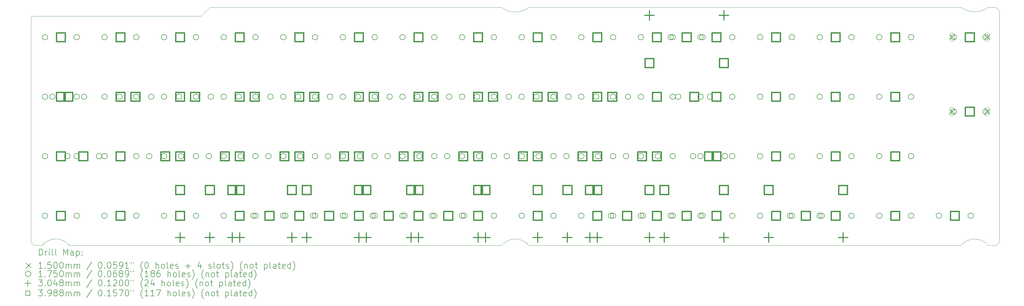
<source format=gbr>
%TF.GenerationSoftware,KiCad,Pcbnew,8.0.4-1.fc39*%
%TF.CreationDate,2024-09-17T18:41:10-04:00*%
%TF.ProjectId,Q9-Chimera,51392d43-6869-46d6-9572-612e6b696361,rev?*%
%TF.SameCoordinates,Original*%
%TF.FileFunction,Drillmap*%
%TF.FilePolarity,Positive*%
%FSLAX45Y45*%
G04 Gerber Fmt 4.5, Leading zero omitted, Abs format (unit mm)*
G04 Created by KiCad (PCBNEW 8.0.4-1.fc39) date 2024-09-17 18:41:10*
%MOMM*%
%LPD*%
G01*
G04 APERTURE LIST*
%ADD10C,0.050000*%
%ADD11C,0.200000*%
%ADD12C,0.150000*%
%ADD13C,0.100000*%
%ADD14C,0.175000*%
%ADD15C,0.304800*%
%ADD16C,0.398780*%
G04 APERTURE END LIST*
D10*
X1746250Y-9207500D02*
G75*
G02*
X1587500Y-9048750I0J158750D01*
G01*
X16629062Y-9207500D02*
G75*
G02*
X17502188Y-9207500I436563J-357187D01*
G01*
X1944687Y-9207500D02*
G75*
G02*
X2817812Y-9207500I436563J-357187D01*
G01*
X32186562Y-1587500D02*
G75*
G02*
X31313437Y-1587500I-436563J623476D01*
G01*
X32186562Y-9207500D02*
X32385000Y-9207500D01*
X17502188Y-9207500D02*
X31313437Y-9207500D01*
X32543750Y-9048750D02*
G75*
G02*
X32385000Y-9207500I-158750J0D01*
G01*
X7302500Y-1587500D02*
X7024687Y-1865312D01*
X1587500Y-1944687D02*
G75*
G02*
X1666875Y-1865310I79380J-3D01*
G01*
X1587500Y-1944687D02*
X1587500Y-9048750D01*
X17502188Y-1587500D02*
G75*
G02*
X16629062Y-1587500I-436563J568939D01*
G01*
X31313437Y-9207500D02*
G75*
G02*
X32186562Y-9207500I436563J-357187D01*
G01*
X1746250Y-9207500D02*
X1944687Y-9207500D01*
X7024687Y-1865312D02*
X1666875Y-1865312D01*
X32186562Y-1587500D02*
X32385000Y-1587500D01*
X17502188Y-1587500D02*
X31313437Y-1587500D01*
X16629062Y-1587500D02*
X7302500Y-1587500D01*
X32385000Y-1587500D02*
G75*
G02*
X32543750Y-1746250I0J-158750D01*
G01*
X16629062Y-9207500D02*
X2817812Y-9207500D01*
X32543750Y-1746250D02*
X32543750Y-9048750D01*
D11*
D12*
X30956250Y-2465000D02*
X31106250Y-2615000D01*
X31106250Y-2465000D02*
X30956250Y-2615000D01*
D13*
X31106250Y-2605000D02*
X31106250Y-2475000D01*
X30956250Y-2475000D02*
G75*
G02*
X31106250Y-2475000I75000J0D01*
G01*
X30956250Y-2475000D02*
X30956250Y-2605000D01*
X30956250Y-2605000D02*
G75*
G03*
X31106250Y-2605000I75000J0D01*
G01*
D12*
X30956250Y-4846250D02*
X31106250Y-4996250D01*
X31106250Y-4846250D02*
X30956250Y-4996250D01*
D13*
X31106250Y-4986250D02*
X31106250Y-4856250D01*
X30956250Y-4856250D02*
G75*
G02*
X31106250Y-4856250I75000J0D01*
G01*
X30956250Y-4856250D02*
X30956250Y-4986250D01*
X30956250Y-4986250D02*
G75*
G03*
X31106250Y-4986250I75000J0D01*
G01*
D12*
X32076250Y-2465000D02*
X32226250Y-2615000D01*
X32226250Y-2465000D02*
X32076250Y-2615000D01*
D13*
X32226250Y-2605000D02*
X32226250Y-2475000D01*
X32076250Y-2475000D02*
G75*
G02*
X32226250Y-2475000I75000J0D01*
G01*
X32076250Y-2475000D02*
X32076250Y-2605000D01*
X32076250Y-2605000D02*
G75*
G03*
X32226250Y-2605000I75000J0D01*
G01*
D12*
X32076250Y-4846250D02*
X32226250Y-4996250D01*
X32226250Y-4846250D02*
X32076250Y-4996250D01*
D13*
X32226250Y-4986250D02*
X32226250Y-4856250D01*
X32076250Y-4856250D02*
G75*
G02*
X32226250Y-4856250I75000J0D01*
G01*
X32076250Y-4856250D02*
X32076250Y-4986250D01*
X32076250Y-4986250D02*
G75*
G03*
X32226250Y-4986250I75000J0D01*
G01*
D14*
X2119500Y-2540000D02*
G75*
G02*
X1944500Y-2540000I-87500J0D01*
G01*
X1944500Y-2540000D02*
G75*
G02*
X2119500Y-2540000I87500J0D01*
G01*
X2119500Y-4445000D02*
G75*
G02*
X1944500Y-4445000I-87500J0D01*
G01*
X1944500Y-4445000D02*
G75*
G02*
X2119500Y-4445000I87500J0D01*
G01*
X2119500Y-6350000D02*
G75*
G02*
X1944500Y-6350000I-87500J0D01*
G01*
X1944500Y-6350000D02*
G75*
G02*
X2119500Y-6350000I87500J0D01*
G01*
X2119500Y-8255000D02*
G75*
G02*
X1944500Y-8255000I-87500J0D01*
G01*
X1944500Y-8255000D02*
G75*
G02*
X2119500Y-8255000I87500J0D01*
G01*
X2357624Y-4445000D02*
G75*
G02*
X2182624Y-4445000I-87500J0D01*
G01*
X2182624Y-4445000D02*
G75*
G02*
X2357624Y-4445000I87500J0D01*
G01*
X2833874Y-6350000D02*
G75*
G02*
X2658874Y-6350000I-87500J0D01*
G01*
X2658874Y-6350000D02*
G75*
G02*
X2833874Y-6350000I87500J0D01*
G01*
X3135500Y-2540000D02*
G75*
G02*
X2960500Y-2540000I-87500J0D01*
G01*
X2960500Y-2540000D02*
G75*
G02*
X3135500Y-2540000I87500J0D01*
G01*
X3135500Y-4445000D02*
G75*
G02*
X2960500Y-4445000I-87500J0D01*
G01*
X2960500Y-4445000D02*
G75*
G02*
X3135500Y-4445000I87500J0D01*
G01*
X3135500Y-6350000D02*
G75*
G02*
X2960500Y-6350000I-87500J0D01*
G01*
X2960500Y-6350000D02*
G75*
G02*
X3135500Y-6350000I87500J0D01*
G01*
X3135500Y-8255000D02*
G75*
G02*
X2960500Y-8255000I-87500J0D01*
G01*
X2960500Y-8255000D02*
G75*
G02*
X3135500Y-8255000I87500J0D01*
G01*
X3373624Y-4445000D02*
G75*
G02*
X3198624Y-4445000I-87500J0D01*
G01*
X3198624Y-4445000D02*
G75*
G02*
X3373624Y-4445000I87500J0D01*
G01*
X3849873Y-6350000D02*
G75*
G02*
X3674873Y-6350000I-87500J0D01*
G01*
X3674873Y-6350000D02*
G75*
G02*
X3849873Y-6350000I87500J0D01*
G01*
X4024500Y-2540000D02*
G75*
G02*
X3849500Y-2540000I-87500J0D01*
G01*
X3849500Y-2540000D02*
G75*
G02*
X4024500Y-2540000I87500J0D01*
G01*
X4024500Y-4445000D02*
G75*
G02*
X3849500Y-4445000I-87500J0D01*
G01*
X3849500Y-4445000D02*
G75*
G02*
X4024500Y-4445000I87500J0D01*
G01*
X4024500Y-6350000D02*
G75*
G02*
X3849500Y-6350000I-87500J0D01*
G01*
X3849500Y-6350000D02*
G75*
G02*
X4024500Y-6350000I87500J0D01*
G01*
X4024500Y-8255000D02*
G75*
G02*
X3849500Y-8255000I-87500J0D01*
G01*
X3849500Y-8255000D02*
G75*
G02*
X4024500Y-8255000I87500J0D01*
G01*
X4500747Y-4445000D02*
G75*
G02*
X4325747Y-4445000I-87500J0D01*
G01*
X4325747Y-4445000D02*
G75*
G02*
X4500747Y-4445000I87500J0D01*
G01*
X5040500Y-2540000D02*
G75*
G02*
X4865500Y-2540000I-87500J0D01*
G01*
X4865500Y-2540000D02*
G75*
G02*
X5040500Y-2540000I87500J0D01*
G01*
X5040500Y-4445000D02*
G75*
G02*
X4865500Y-4445000I-87500J0D01*
G01*
X4865500Y-4445000D02*
G75*
G02*
X5040500Y-4445000I87500J0D01*
G01*
X5040500Y-6350000D02*
G75*
G02*
X4865500Y-6350000I-87500J0D01*
G01*
X4865500Y-6350000D02*
G75*
G02*
X5040500Y-6350000I87500J0D01*
G01*
X5040500Y-8255000D02*
G75*
G02*
X4865500Y-8255000I-87500J0D01*
G01*
X4865500Y-8255000D02*
G75*
G02*
X5040500Y-8255000I87500J0D01*
G01*
X5453246Y-6350000D02*
G75*
G02*
X5278246Y-6350000I-87500J0D01*
G01*
X5278246Y-6350000D02*
G75*
G02*
X5453246Y-6350000I87500J0D01*
G01*
X5516747Y-4445000D02*
G75*
G02*
X5341747Y-4445000I-87500J0D01*
G01*
X5341747Y-4445000D02*
G75*
G02*
X5516747Y-4445000I87500J0D01*
G01*
X5929500Y-2540000D02*
G75*
G02*
X5754500Y-2540000I-87500J0D01*
G01*
X5754500Y-2540000D02*
G75*
G02*
X5929500Y-2540000I87500J0D01*
G01*
X5929500Y-4445000D02*
G75*
G02*
X5754500Y-4445000I-87500J0D01*
G01*
X5754500Y-4445000D02*
G75*
G02*
X5929500Y-4445000I87500J0D01*
G01*
X5929500Y-6350000D02*
G75*
G02*
X5754500Y-6350000I-87500J0D01*
G01*
X5754500Y-6350000D02*
G75*
G02*
X5929500Y-6350000I87500J0D01*
G01*
X5929500Y-8255000D02*
G75*
G02*
X5754500Y-8255000I-87500J0D01*
G01*
X5754500Y-8255000D02*
G75*
G02*
X5929500Y-8255000I87500J0D01*
G01*
X6405746Y-4445000D02*
G75*
G02*
X6230746Y-4445000I-87500J0D01*
G01*
X6230746Y-4445000D02*
G75*
G02*
X6405746Y-4445000I87500J0D01*
G01*
X6469246Y-6350000D02*
G75*
G02*
X6294246Y-6350000I-87500J0D01*
G01*
X6294246Y-6350000D02*
G75*
G02*
X6469246Y-6350000I87500J0D01*
G01*
X6945500Y-2540000D02*
G75*
G02*
X6770500Y-2540000I-87500J0D01*
G01*
X6770500Y-2540000D02*
G75*
G02*
X6945500Y-2540000I87500J0D01*
G01*
X6945500Y-4445000D02*
G75*
G02*
X6770500Y-4445000I-87500J0D01*
G01*
X6770500Y-4445000D02*
G75*
G02*
X6945500Y-4445000I87500J0D01*
G01*
X6945500Y-6350000D02*
G75*
G02*
X6770500Y-6350000I-87500J0D01*
G01*
X6770500Y-6350000D02*
G75*
G02*
X6945500Y-6350000I87500J0D01*
G01*
X6945500Y-8255000D02*
G75*
G02*
X6770500Y-8255000I-87500J0D01*
G01*
X6770500Y-8255000D02*
G75*
G02*
X6945500Y-8255000I87500J0D01*
G01*
X7358245Y-6350000D02*
G75*
G02*
X7183245Y-6350000I-87500J0D01*
G01*
X7183245Y-6350000D02*
G75*
G02*
X7358245Y-6350000I87500J0D01*
G01*
X7421746Y-4445000D02*
G75*
G02*
X7246746Y-4445000I-87500J0D01*
G01*
X7246746Y-4445000D02*
G75*
G02*
X7421746Y-4445000I87500J0D01*
G01*
X7834500Y-2540000D02*
G75*
G02*
X7659500Y-2540000I-87500J0D01*
G01*
X7659500Y-2540000D02*
G75*
G02*
X7834500Y-2540000I87500J0D01*
G01*
X7834500Y-4445000D02*
G75*
G02*
X7659500Y-4445000I-87500J0D01*
G01*
X7659500Y-4445000D02*
G75*
G02*
X7834500Y-4445000I87500J0D01*
G01*
X7834500Y-6350000D02*
G75*
G02*
X7659500Y-6350000I-87500J0D01*
G01*
X7659500Y-6350000D02*
G75*
G02*
X7834500Y-6350000I87500J0D01*
G01*
X7834500Y-8255000D02*
G75*
G02*
X7659500Y-8255000I-87500J0D01*
G01*
X7659500Y-8255000D02*
G75*
G02*
X7834500Y-8255000I87500J0D01*
G01*
X8310744Y-4445000D02*
G75*
G02*
X8135744Y-4445000I-87500J0D01*
G01*
X8135744Y-4445000D02*
G75*
G02*
X8310744Y-4445000I87500J0D01*
G01*
X8374245Y-6350000D02*
G75*
G02*
X8199245Y-6350000I-87500J0D01*
G01*
X8199245Y-6350000D02*
G75*
G02*
X8374245Y-6350000I87500J0D01*
G01*
X8787000Y-8255000D02*
G75*
G02*
X8612000Y-8255000I-87500J0D01*
G01*
X8612000Y-8255000D02*
G75*
G02*
X8787000Y-8255000I87500J0D01*
G01*
X8850500Y-2540000D02*
G75*
G02*
X8675500Y-2540000I-87500J0D01*
G01*
X8675500Y-2540000D02*
G75*
G02*
X8850500Y-2540000I87500J0D01*
G01*
X8850500Y-4445000D02*
G75*
G02*
X8675500Y-4445000I-87500J0D01*
G01*
X8675500Y-4445000D02*
G75*
G02*
X8850500Y-4445000I87500J0D01*
G01*
X8850500Y-6350000D02*
G75*
G02*
X8675500Y-6350000I-87500J0D01*
G01*
X8675500Y-6350000D02*
G75*
G02*
X8850500Y-6350000I87500J0D01*
G01*
X8850500Y-8255000D02*
G75*
G02*
X8675500Y-8255000I-87500J0D01*
G01*
X8675500Y-8255000D02*
G75*
G02*
X8850500Y-8255000I87500J0D01*
G01*
X9263243Y-6350000D02*
G75*
G02*
X9088243Y-6350000I-87500J0D01*
G01*
X9088243Y-6350000D02*
G75*
G02*
X9263243Y-6350000I87500J0D01*
G01*
X9326744Y-4445000D02*
G75*
G02*
X9151744Y-4445000I-87500J0D01*
G01*
X9151744Y-4445000D02*
G75*
G02*
X9326744Y-4445000I87500J0D01*
G01*
X9739500Y-2540000D02*
G75*
G02*
X9564500Y-2540000I-87500J0D01*
G01*
X9564500Y-2540000D02*
G75*
G02*
X9739500Y-2540000I87500J0D01*
G01*
X9739500Y-4445000D02*
G75*
G02*
X9564500Y-4445000I-87500J0D01*
G01*
X9564500Y-4445000D02*
G75*
G02*
X9739500Y-4445000I87500J0D01*
G01*
X9739500Y-6350000D02*
G75*
G02*
X9564500Y-6350000I-87500J0D01*
G01*
X9564500Y-6350000D02*
G75*
G02*
X9739500Y-6350000I87500J0D01*
G01*
X9739500Y-8255000D02*
G75*
G02*
X9564500Y-8255000I-87500J0D01*
G01*
X9564500Y-8255000D02*
G75*
G02*
X9739500Y-8255000I87500J0D01*
G01*
X9803000Y-8255000D02*
G75*
G02*
X9628000Y-8255000I-87500J0D01*
G01*
X9628000Y-8255000D02*
G75*
G02*
X9803000Y-8255000I87500J0D01*
G01*
X10215742Y-4445000D02*
G75*
G02*
X10040742Y-4445000I-87500J0D01*
G01*
X10040742Y-4445000D02*
G75*
G02*
X10215742Y-4445000I87500J0D01*
G01*
X10279243Y-6350000D02*
G75*
G02*
X10104243Y-6350000I-87500J0D01*
G01*
X10104243Y-6350000D02*
G75*
G02*
X10279243Y-6350000I87500J0D01*
G01*
X10692000Y-8255000D02*
G75*
G02*
X10517000Y-8255000I-87500J0D01*
G01*
X10517000Y-8255000D02*
G75*
G02*
X10692000Y-8255000I87500J0D01*
G01*
X10755500Y-2540000D02*
G75*
G02*
X10580500Y-2540000I-87500J0D01*
G01*
X10580500Y-2540000D02*
G75*
G02*
X10755500Y-2540000I87500J0D01*
G01*
X10755500Y-4445000D02*
G75*
G02*
X10580500Y-4445000I-87500J0D01*
G01*
X10580500Y-4445000D02*
G75*
G02*
X10755500Y-4445000I87500J0D01*
G01*
X10755500Y-6350000D02*
G75*
G02*
X10580500Y-6350000I-87500J0D01*
G01*
X10580500Y-6350000D02*
G75*
G02*
X10755500Y-6350000I87500J0D01*
G01*
X10755500Y-8255000D02*
G75*
G02*
X10580500Y-8255000I-87500J0D01*
G01*
X10580500Y-8255000D02*
G75*
G02*
X10755500Y-8255000I87500J0D01*
G01*
X11168242Y-6350000D02*
G75*
G02*
X10993242Y-6350000I-87500J0D01*
G01*
X10993242Y-6350000D02*
G75*
G02*
X11168242Y-6350000I87500J0D01*
G01*
X11231742Y-4445000D02*
G75*
G02*
X11056742Y-4445000I-87500J0D01*
G01*
X11056742Y-4445000D02*
G75*
G02*
X11231742Y-4445000I87500J0D01*
G01*
X11644500Y-2540000D02*
G75*
G02*
X11469500Y-2540000I-87500J0D01*
G01*
X11469500Y-2540000D02*
G75*
G02*
X11644500Y-2540000I87500J0D01*
G01*
X11644500Y-4445000D02*
G75*
G02*
X11469500Y-4445000I-87500J0D01*
G01*
X11469500Y-4445000D02*
G75*
G02*
X11644500Y-4445000I87500J0D01*
G01*
X11644500Y-6350000D02*
G75*
G02*
X11469500Y-6350000I-87500J0D01*
G01*
X11469500Y-6350000D02*
G75*
G02*
X11644500Y-6350000I87500J0D01*
G01*
X11644500Y-8255000D02*
G75*
G02*
X11469500Y-8255000I-87500J0D01*
G01*
X11469500Y-8255000D02*
G75*
G02*
X11644500Y-8255000I87500J0D01*
G01*
X11708000Y-8255000D02*
G75*
G02*
X11533000Y-8255000I-87500J0D01*
G01*
X11533000Y-8255000D02*
G75*
G02*
X11708000Y-8255000I87500J0D01*
G01*
X12120741Y-4445000D02*
G75*
G02*
X11945741Y-4445000I-87500J0D01*
G01*
X11945741Y-4445000D02*
G75*
G02*
X12120741Y-4445000I87500J0D01*
G01*
X12184242Y-6350000D02*
G75*
G02*
X12009242Y-6350000I-87500J0D01*
G01*
X12009242Y-6350000D02*
G75*
G02*
X12184242Y-6350000I87500J0D01*
G01*
X12596990Y-8254999D02*
G75*
G02*
X12421990Y-8254999I-87500J0D01*
G01*
X12421990Y-8254999D02*
G75*
G02*
X12596990Y-8254999I87500J0D01*
G01*
X12660500Y-2540000D02*
G75*
G02*
X12485500Y-2540000I-87500J0D01*
G01*
X12485500Y-2540000D02*
G75*
G02*
X12660500Y-2540000I87500J0D01*
G01*
X12660500Y-4445000D02*
G75*
G02*
X12485500Y-4445000I-87500J0D01*
G01*
X12485500Y-4445000D02*
G75*
G02*
X12660500Y-4445000I87500J0D01*
G01*
X12660500Y-6350000D02*
G75*
G02*
X12485500Y-6350000I-87500J0D01*
G01*
X12485500Y-6350000D02*
G75*
G02*
X12660500Y-6350000I87500J0D01*
G01*
X12660500Y-8255000D02*
G75*
G02*
X12485500Y-8255000I-87500J0D01*
G01*
X12485500Y-8255000D02*
G75*
G02*
X12660500Y-8255000I87500J0D01*
G01*
X13073240Y-6350000D02*
G75*
G02*
X12898240Y-6350000I-87500J0D01*
G01*
X12898240Y-6350000D02*
G75*
G02*
X13073240Y-6350000I87500J0D01*
G01*
X13136741Y-4445000D02*
G75*
G02*
X12961741Y-4445000I-87500J0D01*
G01*
X12961741Y-4445000D02*
G75*
G02*
X13136741Y-4445000I87500J0D01*
G01*
X13549500Y-2540000D02*
G75*
G02*
X13374500Y-2540000I-87500J0D01*
G01*
X13374500Y-2540000D02*
G75*
G02*
X13549500Y-2540000I87500J0D01*
G01*
X13549500Y-4445000D02*
G75*
G02*
X13374500Y-4445000I-87500J0D01*
G01*
X13374500Y-4445000D02*
G75*
G02*
X13549500Y-4445000I87500J0D01*
G01*
X13549500Y-6350000D02*
G75*
G02*
X13374500Y-6350000I-87500J0D01*
G01*
X13374500Y-6350000D02*
G75*
G02*
X13549500Y-6350000I87500J0D01*
G01*
X13549500Y-8255000D02*
G75*
G02*
X13374500Y-8255000I-87500J0D01*
G01*
X13374500Y-8255000D02*
G75*
G02*
X13549500Y-8255000I87500J0D01*
G01*
X13612990Y-8254999D02*
G75*
G02*
X13437990Y-8254999I-87500J0D01*
G01*
X13437990Y-8254999D02*
G75*
G02*
X13612990Y-8254999I87500J0D01*
G01*
X14025739Y-4445000D02*
G75*
G02*
X13850739Y-4445000I-87500J0D01*
G01*
X13850739Y-4445000D02*
G75*
G02*
X14025739Y-4445000I87500J0D01*
G01*
X14089240Y-6350000D02*
G75*
G02*
X13914240Y-6350000I-87500J0D01*
G01*
X13914240Y-6350000D02*
G75*
G02*
X14089240Y-6350000I87500J0D01*
G01*
X14502000Y-8255000D02*
G75*
G02*
X14327000Y-8255000I-87500J0D01*
G01*
X14327000Y-8255000D02*
G75*
G02*
X14502000Y-8255000I87500J0D01*
G01*
X14565500Y-2540000D02*
G75*
G02*
X14390500Y-2540000I-87500J0D01*
G01*
X14390500Y-2540000D02*
G75*
G02*
X14565500Y-2540000I87500J0D01*
G01*
X14565500Y-4445000D02*
G75*
G02*
X14390500Y-4445000I-87500J0D01*
G01*
X14390500Y-4445000D02*
G75*
G02*
X14565500Y-4445000I87500J0D01*
G01*
X14565500Y-6350000D02*
G75*
G02*
X14390500Y-6350000I-87500J0D01*
G01*
X14390500Y-6350000D02*
G75*
G02*
X14565500Y-6350000I87500J0D01*
G01*
X14565500Y-8255000D02*
G75*
G02*
X14390500Y-8255000I-87500J0D01*
G01*
X14390500Y-8255000D02*
G75*
G02*
X14565500Y-8255000I87500J0D01*
G01*
X14978238Y-6350000D02*
G75*
G02*
X14803238Y-6350000I-87500J0D01*
G01*
X14803238Y-6350000D02*
G75*
G02*
X14978238Y-6350000I87500J0D01*
G01*
X15041739Y-4445000D02*
G75*
G02*
X14866739Y-4445000I-87500J0D01*
G01*
X14866739Y-4445000D02*
G75*
G02*
X15041739Y-4445000I87500J0D01*
G01*
X15454500Y-2540000D02*
G75*
G02*
X15279500Y-2540000I-87500J0D01*
G01*
X15279500Y-2540000D02*
G75*
G02*
X15454500Y-2540000I87500J0D01*
G01*
X15454500Y-4445000D02*
G75*
G02*
X15279500Y-4445000I-87500J0D01*
G01*
X15279500Y-4445000D02*
G75*
G02*
X15454500Y-4445000I87500J0D01*
G01*
X15454500Y-6350000D02*
G75*
G02*
X15279500Y-6350000I-87500J0D01*
G01*
X15279500Y-6350000D02*
G75*
G02*
X15454500Y-6350000I87500J0D01*
G01*
X15454500Y-8255000D02*
G75*
G02*
X15279500Y-8255000I-87500J0D01*
G01*
X15279500Y-8255000D02*
G75*
G02*
X15454500Y-8255000I87500J0D01*
G01*
X15518000Y-8255000D02*
G75*
G02*
X15343000Y-8255000I-87500J0D01*
G01*
X15343000Y-8255000D02*
G75*
G02*
X15518000Y-8255000I87500J0D01*
G01*
X15930738Y-4445000D02*
G75*
G02*
X15755738Y-4445000I-87500J0D01*
G01*
X15755738Y-4445000D02*
G75*
G02*
X15930738Y-4445000I87500J0D01*
G01*
X15994238Y-6350000D02*
G75*
G02*
X15819238Y-6350000I-87500J0D01*
G01*
X15819238Y-6350000D02*
G75*
G02*
X15994238Y-6350000I87500J0D01*
G01*
X16470500Y-2540000D02*
G75*
G02*
X16295500Y-2540000I-87500J0D01*
G01*
X16295500Y-2540000D02*
G75*
G02*
X16470500Y-2540000I87500J0D01*
G01*
X16470500Y-4445000D02*
G75*
G02*
X16295500Y-4445000I-87500J0D01*
G01*
X16295500Y-4445000D02*
G75*
G02*
X16470500Y-4445000I87500J0D01*
G01*
X16470500Y-6350000D02*
G75*
G02*
X16295500Y-6350000I-87500J0D01*
G01*
X16295500Y-6350000D02*
G75*
G02*
X16470500Y-6350000I87500J0D01*
G01*
X16470500Y-8255000D02*
G75*
G02*
X16295500Y-8255000I-87500J0D01*
G01*
X16295500Y-8255000D02*
G75*
G02*
X16470500Y-8255000I87500J0D01*
G01*
X16883237Y-6350000D02*
G75*
G02*
X16708237Y-6350000I-87500J0D01*
G01*
X16708237Y-6350000D02*
G75*
G02*
X16883237Y-6350000I87500J0D01*
G01*
X16946738Y-4445000D02*
G75*
G02*
X16771738Y-4445000I-87500J0D01*
G01*
X16771738Y-4445000D02*
G75*
G02*
X16946738Y-4445000I87500J0D01*
G01*
X17359500Y-2540000D02*
G75*
G02*
X17184500Y-2540000I-87500J0D01*
G01*
X17184500Y-2540000D02*
G75*
G02*
X17359500Y-2540000I87500J0D01*
G01*
X17359500Y-4445000D02*
G75*
G02*
X17184500Y-4445000I-87500J0D01*
G01*
X17184500Y-4445000D02*
G75*
G02*
X17359500Y-4445000I87500J0D01*
G01*
X17359500Y-6350000D02*
G75*
G02*
X17184500Y-6350000I-87500J0D01*
G01*
X17184500Y-6350000D02*
G75*
G02*
X17359500Y-6350000I87500J0D01*
G01*
X17359500Y-8255000D02*
G75*
G02*
X17184500Y-8255000I-87500J0D01*
G01*
X17184500Y-8255000D02*
G75*
G02*
X17359500Y-8255000I87500J0D01*
G01*
X17835736Y-4445000D02*
G75*
G02*
X17660736Y-4445000I-87500J0D01*
G01*
X17660736Y-4445000D02*
G75*
G02*
X17835736Y-4445000I87500J0D01*
G01*
X17899237Y-6350000D02*
G75*
G02*
X17724237Y-6350000I-87500J0D01*
G01*
X17724237Y-6350000D02*
G75*
G02*
X17899237Y-6350000I87500J0D01*
G01*
X18375500Y-2540000D02*
G75*
G02*
X18200500Y-2540000I-87500J0D01*
G01*
X18200500Y-2540000D02*
G75*
G02*
X18375500Y-2540000I87500J0D01*
G01*
X18375500Y-4445000D02*
G75*
G02*
X18200500Y-4445000I-87500J0D01*
G01*
X18200500Y-4445000D02*
G75*
G02*
X18375500Y-4445000I87500J0D01*
G01*
X18375500Y-6350000D02*
G75*
G02*
X18200500Y-6350000I-87500J0D01*
G01*
X18200500Y-6350000D02*
G75*
G02*
X18375500Y-6350000I87500J0D01*
G01*
X18375500Y-8255000D02*
G75*
G02*
X18200500Y-8255000I-87500J0D01*
G01*
X18200500Y-8255000D02*
G75*
G02*
X18375500Y-8255000I87500J0D01*
G01*
X18788235Y-6350000D02*
G75*
G02*
X18613235Y-6350000I-87500J0D01*
G01*
X18613235Y-6350000D02*
G75*
G02*
X18788235Y-6350000I87500J0D01*
G01*
X18851736Y-4445000D02*
G75*
G02*
X18676736Y-4445000I-87500J0D01*
G01*
X18676736Y-4445000D02*
G75*
G02*
X18851736Y-4445000I87500J0D01*
G01*
X19264500Y-2540000D02*
G75*
G02*
X19089500Y-2540000I-87500J0D01*
G01*
X19089500Y-2540000D02*
G75*
G02*
X19264500Y-2540000I87500J0D01*
G01*
X19264500Y-4445000D02*
G75*
G02*
X19089500Y-4445000I-87500J0D01*
G01*
X19089500Y-4445000D02*
G75*
G02*
X19264500Y-4445000I87500J0D01*
G01*
X19264500Y-6350000D02*
G75*
G02*
X19089500Y-6350000I-87500J0D01*
G01*
X19089500Y-6350000D02*
G75*
G02*
X19264500Y-6350000I87500J0D01*
G01*
X19264500Y-8255000D02*
G75*
G02*
X19089500Y-8255000I-87500J0D01*
G01*
X19089500Y-8255000D02*
G75*
G02*
X19264500Y-8255000I87500J0D01*
G01*
X19740734Y-4445000D02*
G75*
G02*
X19565734Y-4445000I-87500J0D01*
G01*
X19565734Y-4445000D02*
G75*
G02*
X19740734Y-4445000I87500J0D01*
G01*
X19804235Y-6350000D02*
G75*
G02*
X19629235Y-6350000I-87500J0D01*
G01*
X19629235Y-6350000D02*
G75*
G02*
X19804235Y-6350000I87500J0D01*
G01*
X20217000Y-8255000D02*
G75*
G02*
X20042000Y-8255000I-87500J0D01*
G01*
X20042000Y-8255000D02*
G75*
G02*
X20217000Y-8255000I87500J0D01*
G01*
X20280500Y-2540000D02*
G75*
G02*
X20105500Y-2540000I-87500J0D01*
G01*
X20105500Y-2540000D02*
G75*
G02*
X20280500Y-2540000I87500J0D01*
G01*
X20280500Y-4445000D02*
G75*
G02*
X20105500Y-4445000I-87500J0D01*
G01*
X20105500Y-4445000D02*
G75*
G02*
X20280500Y-4445000I87500J0D01*
G01*
X20280500Y-6350000D02*
G75*
G02*
X20105500Y-6350000I-87500J0D01*
G01*
X20105500Y-6350000D02*
G75*
G02*
X20280500Y-6350000I87500J0D01*
G01*
X20280500Y-8255000D02*
G75*
G02*
X20105500Y-8255000I-87500J0D01*
G01*
X20105500Y-8255000D02*
G75*
G02*
X20280500Y-8255000I87500J0D01*
G01*
X20693234Y-6350000D02*
G75*
G02*
X20518234Y-6350000I-87500J0D01*
G01*
X20518234Y-6350000D02*
G75*
G02*
X20693234Y-6350000I87500J0D01*
G01*
X20756734Y-4445000D02*
G75*
G02*
X20581734Y-4445000I-87500J0D01*
G01*
X20581734Y-4445000D02*
G75*
G02*
X20756734Y-4445000I87500J0D01*
G01*
X21169500Y-2540000D02*
G75*
G02*
X20994500Y-2540000I-87500J0D01*
G01*
X20994500Y-2540000D02*
G75*
G02*
X21169500Y-2540000I87500J0D01*
G01*
X21169500Y-4445000D02*
G75*
G02*
X20994500Y-4445000I-87500J0D01*
G01*
X20994500Y-4445000D02*
G75*
G02*
X21169500Y-4445000I87500J0D01*
G01*
X21169500Y-6350000D02*
G75*
G02*
X20994500Y-6350000I-87500J0D01*
G01*
X20994500Y-6350000D02*
G75*
G02*
X21169500Y-6350000I87500J0D01*
G01*
X21169500Y-8255000D02*
G75*
G02*
X20994500Y-8255000I-87500J0D01*
G01*
X20994500Y-8255000D02*
G75*
G02*
X21169500Y-8255000I87500J0D01*
G01*
X21233000Y-8255000D02*
G75*
G02*
X21058000Y-8255000I-87500J0D01*
G01*
X21058000Y-8255000D02*
G75*
G02*
X21233000Y-8255000I87500J0D01*
G01*
X21709234Y-6350000D02*
G75*
G02*
X21534234Y-6350000I-87500J0D01*
G01*
X21534234Y-6350000D02*
G75*
G02*
X21709234Y-6350000I87500J0D01*
G01*
X22121982Y-2539999D02*
G75*
G02*
X21946982Y-2539999I-87500J0D01*
G01*
X21946982Y-2539999D02*
G75*
G02*
X22121982Y-2539999I87500J0D01*
G01*
X22122000Y-8255000D02*
G75*
G02*
X21947000Y-8255000I-87500J0D01*
G01*
X21947000Y-8255000D02*
G75*
G02*
X22122000Y-8255000I87500J0D01*
G01*
X22185500Y-2540000D02*
G75*
G02*
X22010500Y-2540000I-87500J0D01*
G01*
X22010500Y-2540000D02*
G75*
G02*
X22185500Y-2540000I87500J0D01*
G01*
X22185500Y-4445000D02*
G75*
G02*
X22010500Y-4445000I-87500J0D01*
G01*
X22010500Y-4445000D02*
G75*
G02*
X22185500Y-4445000I87500J0D01*
G01*
X22185500Y-6350000D02*
G75*
G02*
X22010500Y-6350000I-87500J0D01*
G01*
X22010500Y-6350000D02*
G75*
G02*
X22185500Y-6350000I87500J0D01*
G01*
X22185500Y-8255000D02*
G75*
G02*
X22010500Y-8255000I-87500J0D01*
G01*
X22010500Y-8255000D02*
G75*
G02*
X22185500Y-8255000I87500J0D01*
G01*
X22360107Y-4445000D02*
G75*
G02*
X22185107Y-4445000I-87500J0D01*
G01*
X22185107Y-4445000D02*
G75*
G02*
X22360107Y-4445000I87500J0D01*
G01*
X22836357Y-6350000D02*
G75*
G02*
X22661357Y-6350000I-87500J0D01*
G01*
X22661357Y-6350000D02*
G75*
G02*
X22836357Y-6350000I87500J0D01*
G01*
X23074500Y-2540000D02*
G75*
G02*
X22899500Y-2540000I-87500J0D01*
G01*
X22899500Y-2540000D02*
G75*
G02*
X23074500Y-2540000I87500J0D01*
G01*
X23074500Y-4445000D02*
G75*
G02*
X22899500Y-4445000I-87500J0D01*
G01*
X22899500Y-4445000D02*
G75*
G02*
X23074500Y-4445000I87500J0D01*
G01*
X23074500Y-6350000D02*
G75*
G02*
X22899500Y-6350000I-87500J0D01*
G01*
X22899500Y-6350000D02*
G75*
G02*
X23074500Y-6350000I87500J0D01*
G01*
X23074500Y-8255000D02*
G75*
G02*
X22899500Y-8255000I-87500J0D01*
G01*
X22899500Y-8255000D02*
G75*
G02*
X23074500Y-8255000I87500J0D01*
G01*
X23137982Y-2539999D02*
G75*
G02*
X22962982Y-2539999I-87500J0D01*
G01*
X22962982Y-2539999D02*
G75*
G02*
X23137982Y-2539999I87500J0D01*
G01*
X23138000Y-8255000D02*
G75*
G02*
X22963000Y-8255000I-87500J0D01*
G01*
X22963000Y-8255000D02*
G75*
G02*
X23138000Y-8255000I87500J0D01*
G01*
X23376107Y-4445000D02*
G75*
G02*
X23201107Y-4445000I-87500J0D01*
G01*
X23201107Y-4445000D02*
G75*
G02*
X23376107Y-4445000I87500J0D01*
G01*
X23852357Y-6350000D02*
G75*
G02*
X23677357Y-6350000I-87500J0D01*
G01*
X23677357Y-6350000D02*
G75*
G02*
X23852357Y-6350000I87500J0D01*
G01*
X24090500Y-2540000D02*
G75*
G02*
X23915500Y-2540000I-87500J0D01*
G01*
X23915500Y-2540000D02*
G75*
G02*
X24090500Y-2540000I87500J0D01*
G01*
X24090500Y-4445000D02*
G75*
G02*
X23915500Y-4445000I-87500J0D01*
G01*
X23915500Y-4445000D02*
G75*
G02*
X24090500Y-4445000I87500J0D01*
G01*
X24090500Y-6350000D02*
G75*
G02*
X23915500Y-6350000I-87500J0D01*
G01*
X23915500Y-6350000D02*
G75*
G02*
X24090500Y-6350000I87500J0D01*
G01*
X24090500Y-8255000D02*
G75*
G02*
X23915500Y-8255000I-87500J0D01*
G01*
X23915500Y-8255000D02*
G75*
G02*
X24090500Y-8255000I87500J0D01*
G01*
X24979500Y-2540000D02*
G75*
G02*
X24804500Y-2540000I-87500J0D01*
G01*
X24804500Y-2540000D02*
G75*
G02*
X24979500Y-2540000I87500J0D01*
G01*
X24979500Y-4445000D02*
G75*
G02*
X24804500Y-4445000I-87500J0D01*
G01*
X24804500Y-4445000D02*
G75*
G02*
X24979500Y-4445000I87500J0D01*
G01*
X24979500Y-6350000D02*
G75*
G02*
X24804500Y-6350000I-87500J0D01*
G01*
X24804500Y-6350000D02*
G75*
G02*
X24979500Y-6350000I87500J0D01*
G01*
X24979500Y-8255000D02*
G75*
G02*
X24804500Y-8255000I-87500J0D01*
G01*
X24804500Y-8255000D02*
G75*
G02*
X24979500Y-8255000I87500J0D01*
G01*
X25931979Y-8255000D02*
G75*
G02*
X25756979Y-8255000I-87500J0D01*
G01*
X25756979Y-8255000D02*
G75*
G02*
X25931979Y-8255000I87500J0D01*
G01*
X25995500Y-2540000D02*
G75*
G02*
X25820500Y-2540000I-87500J0D01*
G01*
X25820500Y-2540000D02*
G75*
G02*
X25995500Y-2540000I87500J0D01*
G01*
X25995500Y-4445000D02*
G75*
G02*
X25820500Y-4445000I-87500J0D01*
G01*
X25820500Y-4445000D02*
G75*
G02*
X25995500Y-4445000I87500J0D01*
G01*
X25995500Y-6350000D02*
G75*
G02*
X25820500Y-6350000I-87500J0D01*
G01*
X25820500Y-6350000D02*
G75*
G02*
X25995500Y-6350000I87500J0D01*
G01*
X25995500Y-8255000D02*
G75*
G02*
X25820500Y-8255000I-87500J0D01*
G01*
X25820500Y-8255000D02*
G75*
G02*
X25995500Y-8255000I87500J0D01*
G01*
X26884500Y-2540000D02*
G75*
G02*
X26709500Y-2540000I-87500J0D01*
G01*
X26709500Y-2540000D02*
G75*
G02*
X26884500Y-2540000I87500J0D01*
G01*
X26884500Y-4445000D02*
G75*
G02*
X26709500Y-4445000I-87500J0D01*
G01*
X26709500Y-4445000D02*
G75*
G02*
X26884500Y-4445000I87500J0D01*
G01*
X26884500Y-6350000D02*
G75*
G02*
X26709500Y-6350000I-87500J0D01*
G01*
X26709500Y-6350000D02*
G75*
G02*
X26884500Y-6350000I87500J0D01*
G01*
X26884500Y-8255000D02*
G75*
G02*
X26709500Y-8255000I-87500J0D01*
G01*
X26709500Y-8255000D02*
G75*
G02*
X26884500Y-8255000I87500J0D01*
G01*
X26947979Y-8255000D02*
G75*
G02*
X26772979Y-8255000I-87500J0D01*
G01*
X26772979Y-8255000D02*
G75*
G02*
X26947979Y-8255000I87500J0D01*
G01*
X27900500Y-2540000D02*
G75*
G02*
X27725500Y-2540000I-87500J0D01*
G01*
X27725500Y-2540000D02*
G75*
G02*
X27900500Y-2540000I87500J0D01*
G01*
X27900500Y-4445000D02*
G75*
G02*
X27725500Y-4445000I-87500J0D01*
G01*
X27725500Y-4445000D02*
G75*
G02*
X27900500Y-4445000I87500J0D01*
G01*
X27900500Y-6350000D02*
G75*
G02*
X27725500Y-6350000I-87500J0D01*
G01*
X27725500Y-6350000D02*
G75*
G02*
X27900500Y-6350000I87500J0D01*
G01*
X27900500Y-8255000D02*
G75*
G02*
X27725500Y-8255000I-87500J0D01*
G01*
X27725500Y-8255000D02*
G75*
G02*
X27900500Y-8255000I87500J0D01*
G01*
X28789500Y-2540000D02*
G75*
G02*
X28614500Y-2540000I-87500J0D01*
G01*
X28614500Y-2540000D02*
G75*
G02*
X28789500Y-2540000I87500J0D01*
G01*
X28789500Y-4445000D02*
G75*
G02*
X28614500Y-4445000I-87500J0D01*
G01*
X28614500Y-4445000D02*
G75*
G02*
X28789500Y-4445000I87500J0D01*
G01*
X28789500Y-6350000D02*
G75*
G02*
X28614500Y-6350000I-87500J0D01*
G01*
X28614500Y-6350000D02*
G75*
G02*
X28789500Y-6350000I87500J0D01*
G01*
X28789500Y-8255000D02*
G75*
G02*
X28614500Y-8255000I-87500J0D01*
G01*
X28614500Y-8255000D02*
G75*
G02*
X28789500Y-8255000I87500J0D01*
G01*
X29805500Y-2540000D02*
G75*
G02*
X29630500Y-2540000I-87500J0D01*
G01*
X29630500Y-2540000D02*
G75*
G02*
X29805500Y-2540000I87500J0D01*
G01*
X29805500Y-4445000D02*
G75*
G02*
X29630500Y-4445000I-87500J0D01*
G01*
X29630500Y-4445000D02*
G75*
G02*
X29805500Y-4445000I87500J0D01*
G01*
X29805500Y-6350000D02*
G75*
G02*
X29630500Y-6350000I-87500J0D01*
G01*
X29630500Y-6350000D02*
G75*
G02*
X29805500Y-6350000I87500J0D01*
G01*
X29805500Y-8255000D02*
G75*
G02*
X29630500Y-8255000I-87500J0D01*
G01*
X29630500Y-8255000D02*
G75*
G02*
X29805500Y-8255000I87500J0D01*
G01*
X30694500Y-8255000D02*
G75*
G02*
X30519500Y-8255000I-87500J0D01*
G01*
X30519500Y-8255000D02*
G75*
G02*
X30694500Y-8255000I87500J0D01*
G01*
X31170750Y-2540000D02*
G75*
G02*
X30995750Y-2540000I-87500J0D01*
G01*
X30995750Y-2540000D02*
G75*
G02*
X31170750Y-2540000I87500J0D01*
G01*
X31170750Y-4921250D02*
G75*
G02*
X30995750Y-4921250I-87500J0D01*
G01*
X30995750Y-4921250D02*
G75*
G02*
X31170750Y-4921250I87500J0D01*
G01*
X31710500Y-8255000D02*
G75*
G02*
X31535500Y-8255000I-87500J0D01*
G01*
X31535500Y-8255000D02*
G75*
G02*
X31710500Y-8255000I87500J0D01*
G01*
X32186750Y-2540000D02*
G75*
G02*
X32011750Y-2540000I-87500J0D01*
G01*
X32011750Y-2540000D02*
G75*
G02*
X32186750Y-2540000I87500J0D01*
G01*
X32186750Y-4921250D02*
G75*
G02*
X32011750Y-4921250I-87500J0D01*
G01*
X32011750Y-4921250D02*
G75*
G02*
X32186750Y-4921250I87500J0D01*
G01*
D15*
X6349990Y-8801099D02*
X6349990Y-9105899D01*
X6197590Y-8953499D02*
X6502390Y-8953499D01*
X7302490Y-8801099D02*
X7302490Y-9105899D01*
X7150090Y-8953499D02*
X7454890Y-8953499D01*
X8016875Y-8801100D02*
X8016875Y-9105900D01*
X7864475Y-8953500D02*
X8169275Y-8953500D01*
X8255000Y-8801100D02*
X8255000Y-9105900D01*
X8102600Y-8953500D02*
X8407400Y-8953500D01*
X9921875Y-8801100D02*
X9921875Y-9105900D01*
X9769475Y-8953500D02*
X10074275Y-8953500D01*
X10398125Y-8801100D02*
X10398125Y-9105900D01*
X10245725Y-8953500D02*
X10550525Y-8953500D01*
X12065000Y-8801100D02*
X12065000Y-9105900D01*
X11912600Y-8953500D02*
X12217400Y-8953500D01*
X12065000Y-8801100D02*
X12065000Y-9105900D01*
X11912600Y-8953500D02*
X12217400Y-8953500D01*
X12303125Y-8801100D02*
X12303125Y-9105900D01*
X12150725Y-8953500D02*
X12455525Y-8953500D01*
X13731875Y-8801100D02*
X13731875Y-9105900D01*
X13579475Y-8953500D02*
X13884275Y-8953500D01*
X13970000Y-8801100D02*
X13970000Y-9105900D01*
X13817600Y-8953500D02*
X14122400Y-8953500D01*
X15875000Y-8801100D02*
X15875000Y-9105900D01*
X15722600Y-8953500D02*
X16027400Y-8953500D01*
X16113125Y-8801100D02*
X16113125Y-9105900D01*
X15960725Y-8953500D02*
X16265525Y-8953500D01*
X17780000Y-8801100D02*
X17780000Y-9105900D01*
X17627600Y-8953500D02*
X17932400Y-8953500D01*
X18732490Y-8801099D02*
X18732490Y-9105899D01*
X18580090Y-8953499D02*
X18884890Y-8953499D01*
X19446875Y-8801100D02*
X19446875Y-9105900D01*
X19294475Y-8953500D02*
X19599275Y-8953500D01*
X19684991Y-8801099D02*
X19684991Y-9105899D01*
X19532591Y-8953499D02*
X19837391Y-8953499D01*
X21351857Y-1689099D02*
X21351857Y-1993899D01*
X21199457Y-1841499D02*
X21504257Y-1841499D01*
X21351875Y-8801100D02*
X21351875Y-9105900D01*
X21199475Y-8953500D02*
X21504275Y-8953500D01*
X21828125Y-8801100D02*
X21828125Y-9105900D01*
X21675725Y-8953500D02*
X21980525Y-8953500D01*
X23733107Y-1689099D02*
X23733107Y-1993899D01*
X23580707Y-1841499D02*
X23885507Y-1841499D01*
X23733125Y-8801100D02*
X23733125Y-9105900D01*
X23580725Y-8953500D02*
X23885525Y-8953500D01*
X25161854Y-8801100D02*
X25161854Y-9105900D01*
X25009454Y-8953500D02*
X25314254Y-8953500D01*
X27543104Y-8801100D02*
X27543104Y-9105900D01*
X27390704Y-8953500D02*
X27695504Y-8953500D01*
D16*
X2680991Y-2680991D02*
X2680991Y-2399009D01*
X2399009Y-2399009D01*
X2399009Y-2680991D01*
X2680991Y-2680991D01*
X2680991Y-4585991D02*
X2680991Y-4304009D01*
X2399009Y-4304009D01*
X2399009Y-4585991D01*
X2680991Y-4585991D01*
X2680991Y-6490991D02*
X2680991Y-6209009D01*
X2399009Y-6209009D01*
X2399009Y-6490991D01*
X2680991Y-6490991D01*
X2680991Y-8395991D02*
X2680991Y-8114009D01*
X2399009Y-8114009D01*
X2399009Y-8395991D01*
X2680991Y-8395991D01*
X2919115Y-4585991D02*
X2919115Y-4304009D01*
X2637133Y-4304009D01*
X2637133Y-4585991D01*
X2919115Y-4585991D01*
X3395365Y-6490991D02*
X3395365Y-6209009D01*
X3113382Y-6209009D01*
X3113382Y-6490991D01*
X3395365Y-6490991D01*
X4585991Y-2680991D02*
X4585991Y-2399009D01*
X4304009Y-2399009D01*
X4304009Y-2680991D01*
X4585991Y-2680991D01*
X4585991Y-4585991D02*
X4585991Y-4304009D01*
X4304009Y-4304009D01*
X4304009Y-4585991D01*
X4585991Y-4585991D01*
X4585991Y-6490991D02*
X4585991Y-6209009D01*
X4304009Y-6209009D01*
X4304009Y-6490991D01*
X4585991Y-6490991D01*
X4585991Y-8395991D02*
X4585991Y-8114009D01*
X4304009Y-8114009D01*
X4304009Y-8395991D01*
X4585991Y-8395991D01*
X5062239Y-4585991D02*
X5062239Y-4304009D01*
X4780256Y-4304009D01*
X4780256Y-4585991D01*
X5062239Y-4585991D01*
X6014738Y-6490991D02*
X6014738Y-6209009D01*
X5732755Y-6209009D01*
X5732755Y-6490991D01*
X6014738Y-6490991D01*
X6490982Y-7570491D02*
X6490982Y-7288508D01*
X6208999Y-7288508D01*
X6208999Y-7570491D01*
X6490982Y-7570491D01*
X6490991Y-2680991D02*
X6490991Y-2399009D01*
X6209009Y-2399009D01*
X6209009Y-2680991D01*
X6490991Y-2680991D01*
X6490991Y-4585991D02*
X6490991Y-4304009D01*
X6209009Y-4304009D01*
X6209009Y-4585991D01*
X6490991Y-4585991D01*
X6490991Y-6490991D02*
X6490991Y-6209009D01*
X6209009Y-6209009D01*
X6209009Y-6490991D01*
X6490991Y-6490991D01*
X6490991Y-8395991D02*
X6490991Y-8114009D01*
X6209009Y-8114009D01*
X6209009Y-8395991D01*
X6490991Y-8395991D01*
X6967237Y-4585991D02*
X6967237Y-4304009D01*
X6685254Y-4304009D01*
X6685254Y-4585991D01*
X6967237Y-4585991D01*
X7443482Y-7570491D02*
X7443482Y-7288508D01*
X7161499Y-7288508D01*
X7161499Y-7570491D01*
X7443482Y-7570491D01*
X7919736Y-6490991D02*
X7919736Y-6209009D01*
X7637753Y-6209009D01*
X7637753Y-6490991D01*
X7919736Y-6490991D01*
X8157866Y-7570491D02*
X8157866Y-7288509D01*
X7875884Y-7288509D01*
X7875884Y-7570491D01*
X8157866Y-7570491D01*
X8395991Y-2680991D02*
X8395991Y-2399009D01*
X8114009Y-2399009D01*
X8114009Y-2680991D01*
X8395991Y-2680991D01*
X8395991Y-4585991D02*
X8395991Y-4304009D01*
X8114009Y-4304009D01*
X8114009Y-4585991D01*
X8395991Y-4585991D01*
X8395991Y-6490991D02*
X8395991Y-6209009D01*
X8114009Y-6209009D01*
X8114009Y-6490991D01*
X8395991Y-6490991D01*
X8395991Y-7570491D02*
X8395991Y-7288509D01*
X8114009Y-7288509D01*
X8114009Y-7570491D01*
X8395991Y-7570491D01*
X8395991Y-8395991D02*
X8395991Y-8114009D01*
X8114009Y-8114009D01*
X8114009Y-8395991D01*
X8395991Y-8395991D01*
X8872235Y-4585991D02*
X8872235Y-4304009D01*
X8590253Y-4304009D01*
X8590253Y-4585991D01*
X8872235Y-4585991D01*
X9348491Y-8395991D02*
X9348491Y-8114009D01*
X9066509Y-8114009D01*
X9066509Y-8395991D01*
X9348491Y-8395991D01*
X9824735Y-6490991D02*
X9824735Y-6209009D01*
X9542752Y-6209009D01*
X9542752Y-6490991D01*
X9824735Y-6490991D01*
X10062866Y-7570491D02*
X10062866Y-7288509D01*
X9780884Y-7288509D01*
X9780884Y-7570491D01*
X10062866Y-7570491D01*
X10300991Y-2680991D02*
X10300991Y-2399009D01*
X10019009Y-2399009D01*
X10019009Y-2680991D01*
X10300991Y-2680991D01*
X10300991Y-4585991D02*
X10300991Y-4304009D01*
X10019009Y-4304009D01*
X10019009Y-4585991D01*
X10300991Y-4585991D01*
X10300991Y-6490991D02*
X10300991Y-6209009D01*
X10019009Y-6209009D01*
X10019009Y-6490991D01*
X10300991Y-6490991D01*
X10300991Y-8395991D02*
X10300991Y-8114009D01*
X10019009Y-8114009D01*
X10019009Y-8395991D01*
X10300991Y-8395991D01*
X10539116Y-7570491D02*
X10539116Y-7288509D01*
X10257134Y-7288509D01*
X10257134Y-7570491D01*
X10539116Y-7570491D01*
X10777234Y-4585991D02*
X10777234Y-4304009D01*
X10495251Y-4304009D01*
X10495251Y-4585991D01*
X10777234Y-4585991D01*
X11253491Y-8395991D02*
X11253491Y-8114009D01*
X10971509Y-8114009D01*
X10971509Y-8395991D01*
X11253491Y-8395991D01*
X11729733Y-6490991D02*
X11729733Y-6209009D01*
X11447750Y-6209009D01*
X11447750Y-6490991D01*
X11729733Y-6490991D01*
X12205991Y-2680991D02*
X12205991Y-2399009D01*
X11924009Y-2399009D01*
X11924009Y-2680991D01*
X12205991Y-2680991D01*
X12205991Y-4585991D02*
X12205991Y-4304009D01*
X11924009Y-4304009D01*
X11924009Y-4585991D01*
X12205991Y-4585991D01*
X12205991Y-6490991D02*
X12205991Y-6209009D01*
X11924009Y-6209009D01*
X11924009Y-6490991D01*
X12205991Y-6490991D01*
X12205991Y-7570491D02*
X12205991Y-7288509D01*
X11924009Y-7288509D01*
X11924009Y-7570491D01*
X12205991Y-7570491D01*
X12205991Y-7570491D02*
X12205991Y-7288509D01*
X11924009Y-7288509D01*
X11924009Y-7570491D01*
X12205991Y-7570491D01*
X12205991Y-8395991D02*
X12205991Y-8114009D01*
X11924009Y-8114009D01*
X11924009Y-8395991D01*
X12205991Y-8395991D01*
X12444116Y-7570491D02*
X12444116Y-7288509D01*
X12162134Y-7288509D01*
X12162134Y-7570491D01*
X12444116Y-7570491D01*
X12682232Y-4585991D02*
X12682232Y-4304009D01*
X12400249Y-4304009D01*
X12400249Y-4585991D01*
X12682232Y-4585991D01*
X13158482Y-8395991D02*
X13158482Y-8114008D01*
X12876499Y-8114008D01*
X12876499Y-8395991D01*
X13158482Y-8395991D01*
X13634731Y-6490991D02*
X13634731Y-6209009D01*
X13352749Y-6209009D01*
X13352749Y-6490991D01*
X13634731Y-6490991D01*
X13872866Y-7570491D02*
X13872866Y-7288509D01*
X13590884Y-7288509D01*
X13590884Y-7570491D01*
X13872866Y-7570491D01*
X14110991Y-2680991D02*
X14110991Y-2399009D01*
X13829009Y-2399009D01*
X13829009Y-2680991D01*
X14110991Y-2680991D01*
X14110991Y-4585991D02*
X14110991Y-4304009D01*
X13829009Y-4304009D01*
X13829009Y-4585991D01*
X14110991Y-4585991D01*
X14110991Y-6490991D02*
X14110991Y-6209009D01*
X13829009Y-6209009D01*
X13829009Y-6490991D01*
X14110991Y-6490991D01*
X14110991Y-7570491D02*
X14110991Y-7288509D01*
X13829009Y-7288509D01*
X13829009Y-7570491D01*
X14110991Y-7570491D01*
X14110991Y-8395991D02*
X14110991Y-8114009D01*
X13829009Y-8114009D01*
X13829009Y-8395991D01*
X14110991Y-8395991D01*
X14587231Y-4585991D02*
X14587231Y-4304009D01*
X14305248Y-4304009D01*
X14305248Y-4585991D01*
X14587231Y-4585991D01*
X15063491Y-8395991D02*
X15063491Y-8114009D01*
X14781509Y-8114009D01*
X14781509Y-8395991D01*
X15063491Y-8395991D01*
X15539730Y-6490991D02*
X15539730Y-6209009D01*
X15257747Y-6209009D01*
X15257747Y-6490991D01*
X15539730Y-6490991D01*
X16015991Y-2680991D02*
X16015991Y-2399009D01*
X15734009Y-2399009D01*
X15734009Y-2680991D01*
X16015991Y-2680991D01*
X16015991Y-4585991D02*
X16015991Y-4304009D01*
X15734009Y-4304009D01*
X15734009Y-4585991D01*
X16015991Y-4585991D01*
X16015991Y-6490991D02*
X16015991Y-6209009D01*
X15734009Y-6209009D01*
X15734009Y-6490991D01*
X16015991Y-6490991D01*
X16015991Y-7570491D02*
X16015991Y-7288509D01*
X15734009Y-7288509D01*
X15734009Y-7570491D01*
X16015991Y-7570491D01*
X16015991Y-8395991D02*
X16015991Y-8114009D01*
X15734009Y-8114009D01*
X15734009Y-8395991D01*
X16015991Y-8395991D01*
X16254116Y-7570491D02*
X16254116Y-7288509D01*
X15972134Y-7288509D01*
X15972134Y-7570491D01*
X16254116Y-7570491D01*
X16492229Y-4585991D02*
X16492229Y-4304009D01*
X16210246Y-4304009D01*
X16210246Y-4585991D01*
X16492229Y-4585991D01*
X17444728Y-6490991D02*
X17444728Y-6209009D01*
X17162745Y-6209009D01*
X17162745Y-6490991D01*
X17444728Y-6490991D01*
X17920991Y-2680991D02*
X17920991Y-2399009D01*
X17639009Y-2399009D01*
X17639009Y-2680991D01*
X17920991Y-2680991D01*
X17920991Y-4585991D02*
X17920991Y-4304009D01*
X17639009Y-4304009D01*
X17639009Y-4585991D01*
X17920991Y-4585991D01*
X17920991Y-6490991D02*
X17920991Y-6209009D01*
X17639009Y-6209009D01*
X17639009Y-6490991D01*
X17920991Y-6490991D01*
X17920991Y-7570491D02*
X17920991Y-7288509D01*
X17639009Y-7288509D01*
X17639009Y-7570491D01*
X17920991Y-7570491D01*
X17920991Y-8395991D02*
X17920991Y-8114009D01*
X17639009Y-8114009D01*
X17639009Y-8395991D01*
X17920991Y-8395991D01*
X18397227Y-4585991D02*
X18397227Y-4304009D01*
X18115245Y-4304009D01*
X18115245Y-4585991D01*
X18397227Y-4585991D01*
X18873482Y-7570491D02*
X18873482Y-7288508D01*
X18591499Y-7288508D01*
X18591499Y-7570491D01*
X18873482Y-7570491D01*
X19349727Y-6490991D02*
X19349727Y-6209009D01*
X19067744Y-6209009D01*
X19067744Y-6490991D01*
X19349727Y-6490991D01*
X19587866Y-7570491D02*
X19587866Y-7288509D01*
X19305884Y-7288509D01*
X19305884Y-7570491D01*
X19587866Y-7570491D01*
X19825982Y-7570491D02*
X19825982Y-7288508D01*
X19543999Y-7288508D01*
X19543999Y-7570491D01*
X19825982Y-7570491D01*
X19825991Y-2680991D02*
X19825991Y-2399009D01*
X19544009Y-2399009D01*
X19544009Y-2680991D01*
X19825991Y-2680991D01*
X19825991Y-4585991D02*
X19825991Y-4304009D01*
X19544009Y-4304009D01*
X19544009Y-4585991D01*
X19825991Y-4585991D01*
X19825991Y-6490991D02*
X19825991Y-6209009D01*
X19544009Y-6209009D01*
X19544009Y-6490991D01*
X19825991Y-6490991D01*
X19825991Y-8395991D02*
X19825991Y-8114009D01*
X19544009Y-8114009D01*
X19544009Y-8395991D01*
X19825991Y-8395991D01*
X20302226Y-4585991D02*
X20302226Y-4304009D01*
X20020243Y-4304009D01*
X20020243Y-4585991D01*
X20302226Y-4585991D01*
X20778491Y-8395991D02*
X20778491Y-8114009D01*
X20496509Y-8114009D01*
X20496509Y-8395991D01*
X20778491Y-8395991D01*
X21254725Y-6490991D02*
X21254725Y-6209009D01*
X20972742Y-6209009D01*
X20972742Y-6490991D01*
X21254725Y-6490991D01*
X21492849Y-3506491D02*
X21492849Y-3224508D01*
X21210866Y-3224508D01*
X21210866Y-3506491D01*
X21492849Y-3506491D01*
X21492866Y-7570491D02*
X21492866Y-7288509D01*
X21210884Y-7288509D01*
X21210884Y-7570491D01*
X21492866Y-7570491D01*
X21730991Y-2680991D02*
X21730991Y-2399009D01*
X21449009Y-2399009D01*
X21449009Y-2680991D01*
X21730991Y-2680991D01*
X21730991Y-4585991D02*
X21730991Y-4304009D01*
X21449009Y-4304009D01*
X21449009Y-4585991D01*
X21730991Y-4585991D01*
X21730991Y-6490991D02*
X21730991Y-6209009D01*
X21449009Y-6209009D01*
X21449009Y-6490991D01*
X21730991Y-6490991D01*
X21730991Y-8395991D02*
X21730991Y-8114009D01*
X21449009Y-8114009D01*
X21449009Y-8395991D01*
X21730991Y-8395991D01*
X21969116Y-7570491D02*
X21969116Y-7288509D01*
X21687134Y-7288509D01*
X21687134Y-7570491D01*
X21969116Y-7570491D01*
X22683474Y-2680991D02*
X22683474Y-2399008D01*
X22401491Y-2399008D01*
X22401491Y-2680991D01*
X22683474Y-2680991D01*
X22683491Y-8395991D02*
X22683491Y-8114009D01*
X22401509Y-8114009D01*
X22401509Y-8395991D01*
X22683491Y-8395991D01*
X22921599Y-4585991D02*
X22921599Y-4304009D01*
X22639616Y-4304009D01*
X22639616Y-4585991D01*
X22921599Y-4585991D01*
X23397848Y-6490991D02*
X23397848Y-6209009D01*
X23115865Y-6209009D01*
X23115865Y-6490991D01*
X23397848Y-6490991D01*
X23635991Y-2680991D02*
X23635991Y-2399009D01*
X23354009Y-2399009D01*
X23354009Y-2680991D01*
X23635991Y-2680991D01*
X23635991Y-4585991D02*
X23635991Y-4304009D01*
X23354009Y-4304009D01*
X23354009Y-4585991D01*
X23635991Y-4585991D01*
X23635991Y-6490991D02*
X23635991Y-6209009D01*
X23354009Y-6209009D01*
X23354009Y-6490991D01*
X23635991Y-6490991D01*
X23635991Y-8395991D02*
X23635991Y-8114009D01*
X23354009Y-8114009D01*
X23354009Y-8395991D01*
X23635991Y-8395991D01*
X23874099Y-3506491D02*
X23874099Y-3224508D01*
X23592116Y-3224508D01*
X23592116Y-3506491D01*
X23874099Y-3506491D01*
X23874116Y-7570491D02*
X23874116Y-7288509D01*
X23592134Y-7288509D01*
X23592134Y-7570491D01*
X23874116Y-7570491D01*
X25302846Y-7570491D02*
X25302846Y-7288509D01*
X25020863Y-7288509D01*
X25020863Y-7570491D01*
X25302846Y-7570491D01*
X25540991Y-2680991D02*
X25540991Y-2399009D01*
X25259009Y-2399009D01*
X25259009Y-2680991D01*
X25540991Y-2680991D01*
X25540991Y-4585991D02*
X25540991Y-4304009D01*
X25259009Y-4304009D01*
X25259009Y-4585991D01*
X25540991Y-4585991D01*
X25540991Y-6490991D02*
X25540991Y-6209009D01*
X25259009Y-6209009D01*
X25259009Y-6490991D01*
X25540991Y-6490991D01*
X25540991Y-8395991D02*
X25540991Y-8114009D01*
X25259009Y-8114009D01*
X25259009Y-8395991D01*
X25540991Y-8395991D01*
X26493471Y-8395991D02*
X26493471Y-8114009D01*
X26211488Y-8114009D01*
X26211488Y-8395991D01*
X26493471Y-8395991D01*
X27445991Y-2680991D02*
X27445991Y-2399009D01*
X27164009Y-2399009D01*
X27164009Y-2680991D01*
X27445991Y-2680991D01*
X27445991Y-4585991D02*
X27445991Y-4304009D01*
X27164009Y-4304009D01*
X27164009Y-4585991D01*
X27445991Y-4585991D01*
X27445991Y-6490991D02*
X27445991Y-6209009D01*
X27164009Y-6209009D01*
X27164009Y-6490991D01*
X27445991Y-6490991D01*
X27445991Y-8395991D02*
X27445991Y-8114009D01*
X27164009Y-8114009D01*
X27164009Y-8395991D01*
X27445991Y-8395991D01*
X27684096Y-7570491D02*
X27684096Y-7288509D01*
X27402113Y-7288509D01*
X27402113Y-7570491D01*
X27684096Y-7570491D01*
X29350991Y-2680991D02*
X29350991Y-2399009D01*
X29069009Y-2399009D01*
X29069009Y-2680991D01*
X29350991Y-2680991D01*
X29350991Y-4585991D02*
X29350991Y-4304009D01*
X29069009Y-4304009D01*
X29069009Y-4585991D01*
X29350991Y-4585991D01*
X29350991Y-6490991D02*
X29350991Y-6209009D01*
X29069009Y-6209009D01*
X29069009Y-6490991D01*
X29350991Y-6490991D01*
X29350991Y-8395991D02*
X29350991Y-8114009D01*
X29069009Y-8114009D01*
X29069009Y-8395991D01*
X29350991Y-8395991D01*
X31255991Y-8395991D02*
X31255991Y-8114009D01*
X30974009Y-8114009D01*
X30974009Y-8395991D01*
X31255991Y-8395991D01*
X31732241Y-2680991D02*
X31732241Y-2399009D01*
X31450259Y-2399009D01*
X31450259Y-2680991D01*
X31732241Y-2680991D01*
X31732241Y-5062241D02*
X31732241Y-4780259D01*
X31450259Y-4780259D01*
X31450259Y-5062241D01*
X31732241Y-5062241D01*
D11*
X1845777Y-9521484D02*
X1845777Y-9321484D01*
X1845777Y-9321484D02*
X1893396Y-9321484D01*
X1893396Y-9321484D02*
X1921967Y-9331008D01*
X1921967Y-9331008D02*
X1941015Y-9350055D01*
X1941015Y-9350055D02*
X1950539Y-9369103D01*
X1950539Y-9369103D02*
X1960062Y-9407198D01*
X1960062Y-9407198D02*
X1960062Y-9435770D01*
X1960062Y-9435770D02*
X1950539Y-9473865D01*
X1950539Y-9473865D02*
X1941015Y-9492912D01*
X1941015Y-9492912D02*
X1921967Y-9511960D01*
X1921967Y-9511960D02*
X1893396Y-9521484D01*
X1893396Y-9521484D02*
X1845777Y-9521484D01*
X2045777Y-9521484D02*
X2045777Y-9388150D01*
X2045777Y-9426246D02*
X2055301Y-9407198D01*
X2055301Y-9407198D02*
X2064824Y-9397674D01*
X2064824Y-9397674D02*
X2083872Y-9388150D01*
X2083872Y-9388150D02*
X2102920Y-9388150D01*
X2169586Y-9521484D02*
X2169586Y-9388150D01*
X2169586Y-9321484D02*
X2160063Y-9331008D01*
X2160063Y-9331008D02*
X2169586Y-9340531D01*
X2169586Y-9340531D02*
X2179110Y-9331008D01*
X2179110Y-9331008D02*
X2169586Y-9321484D01*
X2169586Y-9321484D02*
X2169586Y-9340531D01*
X2293396Y-9521484D02*
X2274348Y-9511960D01*
X2274348Y-9511960D02*
X2264824Y-9492912D01*
X2264824Y-9492912D02*
X2264824Y-9321484D01*
X2398158Y-9521484D02*
X2379110Y-9511960D01*
X2379110Y-9511960D02*
X2369586Y-9492912D01*
X2369586Y-9492912D02*
X2369586Y-9321484D01*
X2626729Y-9521484D02*
X2626729Y-9321484D01*
X2626729Y-9321484D02*
X2693396Y-9464341D01*
X2693396Y-9464341D02*
X2760063Y-9321484D01*
X2760063Y-9321484D02*
X2760063Y-9521484D01*
X2941015Y-9521484D02*
X2941015Y-9416722D01*
X2941015Y-9416722D02*
X2931491Y-9397674D01*
X2931491Y-9397674D02*
X2912443Y-9388150D01*
X2912443Y-9388150D02*
X2874348Y-9388150D01*
X2874348Y-9388150D02*
X2855301Y-9397674D01*
X2941015Y-9511960D02*
X2921967Y-9521484D01*
X2921967Y-9521484D02*
X2874348Y-9521484D01*
X2874348Y-9521484D02*
X2855301Y-9511960D01*
X2855301Y-9511960D02*
X2845777Y-9492912D01*
X2845777Y-9492912D02*
X2845777Y-9473865D01*
X2845777Y-9473865D02*
X2855301Y-9454817D01*
X2855301Y-9454817D02*
X2874348Y-9445293D01*
X2874348Y-9445293D02*
X2921967Y-9445293D01*
X2921967Y-9445293D02*
X2941015Y-9435770D01*
X3036253Y-9388150D02*
X3036253Y-9588150D01*
X3036253Y-9397674D02*
X3055301Y-9388150D01*
X3055301Y-9388150D02*
X3093396Y-9388150D01*
X3093396Y-9388150D02*
X3112443Y-9397674D01*
X3112443Y-9397674D02*
X3121967Y-9407198D01*
X3121967Y-9407198D02*
X3131491Y-9426246D01*
X3131491Y-9426246D02*
X3131491Y-9483389D01*
X3131491Y-9483389D02*
X3121967Y-9502436D01*
X3121967Y-9502436D02*
X3112443Y-9511960D01*
X3112443Y-9511960D02*
X3093396Y-9521484D01*
X3093396Y-9521484D02*
X3055301Y-9521484D01*
X3055301Y-9521484D02*
X3036253Y-9511960D01*
X3217205Y-9502436D02*
X3226729Y-9511960D01*
X3226729Y-9511960D02*
X3217205Y-9521484D01*
X3217205Y-9521484D02*
X3207682Y-9511960D01*
X3207682Y-9511960D02*
X3217205Y-9502436D01*
X3217205Y-9502436D02*
X3217205Y-9521484D01*
X3217205Y-9397674D02*
X3226729Y-9407198D01*
X3226729Y-9407198D02*
X3217205Y-9416722D01*
X3217205Y-9416722D02*
X3207682Y-9407198D01*
X3207682Y-9407198D02*
X3217205Y-9397674D01*
X3217205Y-9397674D02*
X3217205Y-9416722D01*
D12*
X1435000Y-9775000D02*
X1585000Y-9925000D01*
X1585000Y-9775000D02*
X1435000Y-9925000D01*
D11*
X1950539Y-9941484D02*
X1836253Y-9941484D01*
X1893396Y-9941484D02*
X1893396Y-9741484D01*
X1893396Y-9741484D02*
X1874348Y-9770055D01*
X1874348Y-9770055D02*
X1855301Y-9789103D01*
X1855301Y-9789103D02*
X1836253Y-9798627D01*
X2036253Y-9922436D02*
X2045777Y-9931960D01*
X2045777Y-9931960D02*
X2036253Y-9941484D01*
X2036253Y-9941484D02*
X2026729Y-9931960D01*
X2026729Y-9931960D02*
X2036253Y-9922436D01*
X2036253Y-9922436D02*
X2036253Y-9941484D01*
X2226729Y-9741484D02*
X2131491Y-9741484D01*
X2131491Y-9741484D02*
X2121967Y-9836722D01*
X2121967Y-9836722D02*
X2131491Y-9827198D01*
X2131491Y-9827198D02*
X2150539Y-9817674D01*
X2150539Y-9817674D02*
X2198158Y-9817674D01*
X2198158Y-9817674D02*
X2217205Y-9827198D01*
X2217205Y-9827198D02*
X2226729Y-9836722D01*
X2226729Y-9836722D02*
X2236253Y-9855770D01*
X2236253Y-9855770D02*
X2236253Y-9903389D01*
X2236253Y-9903389D02*
X2226729Y-9922436D01*
X2226729Y-9922436D02*
X2217205Y-9931960D01*
X2217205Y-9931960D02*
X2198158Y-9941484D01*
X2198158Y-9941484D02*
X2150539Y-9941484D01*
X2150539Y-9941484D02*
X2131491Y-9931960D01*
X2131491Y-9931960D02*
X2121967Y-9922436D01*
X2360063Y-9741484D02*
X2379110Y-9741484D01*
X2379110Y-9741484D02*
X2398158Y-9751008D01*
X2398158Y-9751008D02*
X2407682Y-9760531D01*
X2407682Y-9760531D02*
X2417205Y-9779579D01*
X2417205Y-9779579D02*
X2426729Y-9817674D01*
X2426729Y-9817674D02*
X2426729Y-9865293D01*
X2426729Y-9865293D02*
X2417205Y-9903389D01*
X2417205Y-9903389D02*
X2407682Y-9922436D01*
X2407682Y-9922436D02*
X2398158Y-9931960D01*
X2398158Y-9931960D02*
X2379110Y-9941484D01*
X2379110Y-9941484D02*
X2360063Y-9941484D01*
X2360063Y-9941484D02*
X2341015Y-9931960D01*
X2341015Y-9931960D02*
X2331491Y-9922436D01*
X2331491Y-9922436D02*
X2321967Y-9903389D01*
X2321967Y-9903389D02*
X2312444Y-9865293D01*
X2312444Y-9865293D02*
X2312444Y-9817674D01*
X2312444Y-9817674D02*
X2321967Y-9779579D01*
X2321967Y-9779579D02*
X2331491Y-9760531D01*
X2331491Y-9760531D02*
X2341015Y-9751008D01*
X2341015Y-9751008D02*
X2360063Y-9741484D01*
X2550539Y-9741484D02*
X2569586Y-9741484D01*
X2569586Y-9741484D02*
X2588634Y-9751008D01*
X2588634Y-9751008D02*
X2598158Y-9760531D01*
X2598158Y-9760531D02*
X2607682Y-9779579D01*
X2607682Y-9779579D02*
X2617205Y-9817674D01*
X2617205Y-9817674D02*
X2617205Y-9865293D01*
X2617205Y-9865293D02*
X2607682Y-9903389D01*
X2607682Y-9903389D02*
X2598158Y-9922436D01*
X2598158Y-9922436D02*
X2588634Y-9931960D01*
X2588634Y-9931960D02*
X2569586Y-9941484D01*
X2569586Y-9941484D02*
X2550539Y-9941484D01*
X2550539Y-9941484D02*
X2531491Y-9931960D01*
X2531491Y-9931960D02*
X2521967Y-9922436D01*
X2521967Y-9922436D02*
X2512444Y-9903389D01*
X2512444Y-9903389D02*
X2502920Y-9865293D01*
X2502920Y-9865293D02*
X2502920Y-9817674D01*
X2502920Y-9817674D02*
X2512444Y-9779579D01*
X2512444Y-9779579D02*
X2521967Y-9760531D01*
X2521967Y-9760531D02*
X2531491Y-9751008D01*
X2531491Y-9751008D02*
X2550539Y-9741484D01*
X2702920Y-9941484D02*
X2702920Y-9808150D01*
X2702920Y-9827198D02*
X2712444Y-9817674D01*
X2712444Y-9817674D02*
X2731491Y-9808150D01*
X2731491Y-9808150D02*
X2760063Y-9808150D01*
X2760063Y-9808150D02*
X2779110Y-9817674D01*
X2779110Y-9817674D02*
X2788634Y-9836722D01*
X2788634Y-9836722D02*
X2788634Y-9941484D01*
X2788634Y-9836722D02*
X2798158Y-9817674D01*
X2798158Y-9817674D02*
X2817205Y-9808150D01*
X2817205Y-9808150D02*
X2845777Y-9808150D01*
X2845777Y-9808150D02*
X2864824Y-9817674D01*
X2864824Y-9817674D02*
X2874348Y-9836722D01*
X2874348Y-9836722D02*
X2874348Y-9941484D01*
X2969586Y-9941484D02*
X2969586Y-9808150D01*
X2969586Y-9827198D02*
X2979110Y-9817674D01*
X2979110Y-9817674D02*
X2998158Y-9808150D01*
X2998158Y-9808150D02*
X3026729Y-9808150D01*
X3026729Y-9808150D02*
X3045777Y-9817674D01*
X3045777Y-9817674D02*
X3055301Y-9836722D01*
X3055301Y-9836722D02*
X3055301Y-9941484D01*
X3055301Y-9836722D02*
X3064824Y-9817674D01*
X3064824Y-9817674D02*
X3083872Y-9808150D01*
X3083872Y-9808150D02*
X3112443Y-9808150D01*
X3112443Y-9808150D02*
X3131491Y-9817674D01*
X3131491Y-9817674D02*
X3141015Y-9836722D01*
X3141015Y-9836722D02*
X3141015Y-9941484D01*
X3531491Y-9731960D02*
X3360063Y-9989103D01*
X3788634Y-9741484D02*
X3807682Y-9741484D01*
X3807682Y-9741484D02*
X3826729Y-9751008D01*
X3826729Y-9751008D02*
X3836253Y-9760531D01*
X3836253Y-9760531D02*
X3845777Y-9779579D01*
X3845777Y-9779579D02*
X3855301Y-9817674D01*
X3855301Y-9817674D02*
X3855301Y-9865293D01*
X3855301Y-9865293D02*
X3845777Y-9903389D01*
X3845777Y-9903389D02*
X3836253Y-9922436D01*
X3836253Y-9922436D02*
X3826729Y-9931960D01*
X3826729Y-9931960D02*
X3807682Y-9941484D01*
X3807682Y-9941484D02*
X3788634Y-9941484D01*
X3788634Y-9941484D02*
X3769586Y-9931960D01*
X3769586Y-9931960D02*
X3760063Y-9922436D01*
X3760063Y-9922436D02*
X3750539Y-9903389D01*
X3750539Y-9903389D02*
X3741015Y-9865293D01*
X3741015Y-9865293D02*
X3741015Y-9817674D01*
X3741015Y-9817674D02*
X3750539Y-9779579D01*
X3750539Y-9779579D02*
X3760063Y-9760531D01*
X3760063Y-9760531D02*
X3769586Y-9751008D01*
X3769586Y-9751008D02*
X3788634Y-9741484D01*
X3941015Y-9922436D02*
X3950539Y-9931960D01*
X3950539Y-9931960D02*
X3941015Y-9941484D01*
X3941015Y-9941484D02*
X3931491Y-9931960D01*
X3931491Y-9931960D02*
X3941015Y-9922436D01*
X3941015Y-9922436D02*
X3941015Y-9941484D01*
X4074348Y-9741484D02*
X4093396Y-9741484D01*
X4093396Y-9741484D02*
X4112444Y-9751008D01*
X4112444Y-9751008D02*
X4121967Y-9760531D01*
X4121967Y-9760531D02*
X4131491Y-9779579D01*
X4131491Y-9779579D02*
X4141015Y-9817674D01*
X4141015Y-9817674D02*
X4141015Y-9865293D01*
X4141015Y-9865293D02*
X4131491Y-9903389D01*
X4131491Y-9903389D02*
X4121967Y-9922436D01*
X4121967Y-9922436D02*
X4112444Y-9931960D01*
X4112444Y-9931960D02*
X4093396Y-9941484D01*
X4093396Y-9941484D02*
X4074348Y-9941484D01*
X4074348Y-9941484D02*
X4055301Y-9931960D01*
X4055301Y-9931960D02*
X4045777Y-9922436D01*
X4045777Y-9922436D02*
X4036253Y-9903389D01*
X4036253Y-9903389D02*
X4026729Y-9865293D01*
X4026729Y-9865293D02*
X4026729Y-9817674D01*
X4026729Y-9817674D02*
X4036253Y-9779579D01*
X4036253Y-9779579D02*
X4045777Y-9760531D01*
X4045777Y-9760531D02*
X4055301Y-9751008D01*
X4055301Y-9751008D02*
X4074348Y-9741484D01*
X4321968Y-9741484D02*
X4226729Y-9741484D01*
X4226729Y-9741484D02*
X4217206Y-9836722D01*
X4217206Y-9836722D02*
X4226729Y-9827198D01*
X4226729Y-9827198D02*
X4245777Y-9817674D01*
X4245777Y-9817674D02*
X4293396Y-9817674D01*
X4293396Y-9817674D02*
X4312444Y-9827198D01*
X4312444Y-9827198D02*
X4321968Y-9836722D01*
X4321968Y-9836722D02*
X4331491Y-9855770D01*
X4331491Y-9855770D02*
X4331491Y-9903389D01*
X4331491Y-9903389D02*
X4321968Y-9922436D01*
X4321968Y-9922436D02*
X4312444Y-9931960D01*
X4312444Y-9931960D02*
X4293396Y-9941484D01*
X4293396Y-9941484D02*
X4245777Y-9941484D01*
X4245777Y-9941484D02*
X4226729Y-9931960D01*
X4226729Y-9931960D02*
X4217206Y-9922436D01*
X4426729Y-9941484D02*
X4464825Y-9941484D01*
X4464825Y-9941484D02*
X4483872Y-9931960D01*
X4483872Y-9931960D02*
X4493396Y-9922436D01*
X4493396Y-9922436D02*
X4512444Y-9893865D01*
X4512444Y-9893865D02*
X4521968Y-9855770D01*
X4521968Y-9855770D02*
X4521968Y-9779579D01*
X4521968Y-9779579D02*
X4512444Y-9760531D01*
X4512444Y-9760531D02*
X4502920Y-9751008D01*
X4502920Y-9751008D02*
X4483872Y-9741484D01*
X4483872Y-9741484D02*
X4445777Y-9741484D01*
X4445777Y-9741484D02*
X4426729Y-9751008D01*
X4426729Y-9751008D02*
X4417206Y-9760531D01*
X4417206Y-9760531D02*
X4407682Y-9779579D01*
X4407682Y-9779579D02*
X4407682Y-9827198D01*
X4407682Y-9827198D02*
X4417206Y-9846246D01*
X4417206Y-9846246D02*
X4426729Y-9855770D01*
X4426729Y-9855770D02*
X4445777Y-9865293D01*
X4445777Y-9865293D02*
X4483872Y-9865293D01*
X4483872Y-9865293D02*
X4502920Y-9855770D01*
X4502920Y-9855770D02*
X4512444Y-9846246D01*
X4512444Y-9846246D02*
X4521968Y-9827198D01*
X4712444Y-9941484D02*
X4598158Y-9941484D01*
X4655301Y-9941484D02*
X4655301Y-9741484D01*
X4655301Y-9741484D02*
X4636253Y-9770055D01*
X4636253Y-9770055D02*
X4617206Y-9789103D01*
X4617206Y-9789103D02*
X4598158Y-9798627D01*
X4788634Y-9741484D02*
X4788634Y-9779579D01*
X4864825Y-9741484D02*
X4864825Y-9779579D01*
X5160063Y-10017674D02*
X5150539Y-10008150D01*
X5150539Y-10008150D02*
X5131491Y-9979579D01*
X5131491Y-9979579D02*
X5121968Y-9960531D01*
X5121968Y-9960531D02*
X5112444Y-9931960D01*
X5112444Y-9931960D02*
X5102920Y-9884341D01*
X5102920Y-9884341D02*
X5102920Y-9846246D01*
X5102920Y-9846246D02*
X5112444Y-9798627D01*
X5112444Y-9798627D02*
X5121968Y-9770055D01*
X5121968Y-9770055D02*
X5131491Y-9751008D01*
X5131491Y-9751008D02*
X5150539Y-9722436D01*
X5150539Y-9722436D02*
X5160063Y-9712912D01*
X5274349Y-9741484D02*
X5293396Y-9741484D01*
X5293396Y-9741484D02*
X5312444Y-9751008D01*
X5312444Y-9751008D02*
X5321968Y-9760531D01*
X5321968Y-9760531D02*
X5331491Y-9779579D01*
X5331491Y-9779579D02*
X5341015Y-9817674D01*
X5341015Y-9817674D02*
X5341015Y-9865293D01*
X5341015Y-9865293D02*
X5331491Y-9903389D01*
X5331491Y-9903389D02*
X5321968Y-9922436D01*
X5321968Y-9922436D02*
X5312444Y-9931960D01*
X5312444Y-9931960D02*
X5293396Y-9941484D01*
X5293396Y-9941484D02*
X5274349Y-9941484D01*
X5274349Y-9941484D02*
X5255301Y-9931960D01*
X5255301Y-9931960D02*
X5245777Y-9922436D01*
X5245777Y-9922436D02*
X5236253Y-9903389D01*
X5236253Y-9903389D02*
X5226730Y-9865293D01*
X5226730Y-9865293D02*
X5226730Y-9817674D01*
X5226730Y-9817674D02*
X5236253Y-9779579D01*
X5236253Y-9779579D02*
X5245777Y-9760531D01*
X5245777Y-9760531D02*
X5255301Y-9751008D01*
X5255301Y-9751008D02*
X5274349Y-9741484D01*
X5579111Y-9941484D02*
X5579111Y-9741484D01*
X5664825Y-9941484D02*
X5664825Y-9836722D01*
X5664825Y-9836722D02*
X5655301Y-9817674D01*
X5655301Y-9817674D02*
X5636253Y-9808150D01*
X5636253Y-9808150D02*
X5607682Y-9808150D01*
X5607682Y-9808150D02*
X5588634Y-9817674D01*
X5588634Y-9817674D02*
X5579111Y-9827198D01*
X5788634Y-9941484D02*
X5769587Y-9931960D01*
X5769587Y-9931960D02*
X5760063Y-9922436D01*
X5760063Y-9922436D02*
X5750539Y-9903389D01*
X5750539Y-9903389D02*
X5750539Y-9846246D01*
X5750539Y-9846246D02*
X5760063Y-9827198D01*
X5760063Y-9827198D02*
X5769587Y-9817674D01*
X5769587Y-9817674D02*
X5788634Y-9808150D01*
X5788634Y-9808150D02*
X5817206Y-9808150D01*
X5817206Y-9808150D02*
X5836253Y-9817674D01*
X5836253Y-9817674D02*
X5845777Y-9827198D01*
X5845777Y-9827198D02*
X5855301Y-9846246D01*
X5855301Y-9846246D02*
X5855301Y-9903389D01*
X5855301Y-9903389D02*
X5845777Y-9922436D01*
X5845777Y-9922436D02*
X5836253Y-9931960D01*
X5836253Y-9931960D02*
X5817206Y-9941484D01*
X5817206Y-9941484D02*
X5788634Y-9941484D01*
X5969587Y-9941484D02*
X5950539Y-9931960D01*
X5950539Y-9931960D02*
X5941015Y-9912912D01*
X5941015Y-9912912D02*
X5941015Y-9741484D01*
X6121968Y-9931960D02*
X6102920Y-9941484D01*
X6102920Y-9941484D02*
X6064825Y-9941484D01*
X6064825Y-9941484D02*
X6045777Y-9931960D01*
X6045777Y-9931960D02*
X6036253Y-9912912D01*
X6036253Y-9912912D02*
X6036253Y-9836722D01*
X6036253Y-9836722D02*
X6045777Y-9817674D01*
X6045777Y-9817674D02*
X6064825Y-9808150D01*
X6064825Y-9808150D02*
X6102920Y-9808150D01*
X6102920Y-9808150D02*
X6121968Y-9817674D01*
X6121968Y-9817674D02*
X6131491Y-9836722D01*
X6131491Y-9836722D02*
X6131491Y-9855770D01*
X6131491Y-9855770D02*
X6036253Y-9874817D01*
X6207682Y-9931960D02*
X6226730Y-9941484D01*
X6226730Y-9941484D02*
X6264825Y-9941484D01*
X6264825Y-9941484D02*
X6283872Y-9931960D01*
X6283872Y-9931960D02*
X6293396Y-9912912D01*
X6293396Y-9912912D02*
X6293396Y-9903389D01*
X6293396Y-9903389D02*
X6283872Y-9884341D01*
X6283872Y-9884341D02*
X6264825Y-9874817D01*
X6264825Y-9874817D02*
X6236253Y-9874817D01*
X6236253Y-9874817D02*
X6217206Y-9865293D01*
X6217206Y-9865293D02*
X6207682Y-9846246D01*
X6207682Y-9846246D02*
X6207682Y-9836722D01*
X6207682Y-9836722D02*
X6217206Y-9817674D01*
X6217206Y-9817674D02*
X6236253Y-9808150D01*
X6236253Y-9808150D02*
X6264825Y-9808150D01*
X6264825Y-9808150D02*
X6283872Y-9817674D01*
X6531492Y-9865293D02*
X6683873Y-9865293D01*
X6607682Y-9941484D02*
X6607682Y-9789103D01*
X7017206Y-9808150D02*
X7017206Y-9941484D01*
X6969587Y-9731960D02*
X6921968Y-9874817D01*
X6921968Y-9874817D02*
X7045777Y-9874817D01*
X7264825Y-9931960D02*
X7283873Y-9941484D01*
X7283873Y-9941484D02*
X7321968Y-9941484D01*
X7321968Y-9941484D02*
X7341015Y-9931960D01*
X7341015Y-9931960D02*
X7350539Y-9912912D01*
X7350539Y-9912912D02*
X7350539Y-9903389D01*
X7350539Y-9903389D02*
X7341015Y-9884341D01*
X7341015Y-9884341D02*
X7321968Y-9874817D01*
X7321968Y-9874817D02*
X7293396Y-9874817D01*
X7293396Y-9874817D02*
X7274349Y-9865293D01*
X7274349Y-9865293D02*
X7264825Y-9846246D01*
X7264825Y-9846246D02*
X7264825Y-9836722D01*
X7264825Y-9836722D02*
X7274349Y-9817674D01*
X7274349Y-9817674D02*
X7293396Y-9808150D01*
X7293396Y-9808150D02*
X7321968Y-9808150D01*
X7321968Y-9808150D02*
X7341015Y-9817674D01*
X7464825Y-9941484D02*
X7445777Y-9931960D01*
X7445777Y-9931960D02*
X7436254Y-9912912D01*
X7436254Y-9912912D02*
X7436254Y-9741484D01*
X7569587Y-9941484D02*
X7550539Y-9931960D01*
X7550539Y-9931960D02*
X7541015Y-9922436D01*
X7541015Y-9922436D02*
X7531492Y-9903389D01*
X7531492Y-9903389D02*
X7531492Y-9846246D01*
X7531492Y-9846246D02*
X7541015Y-9827198D01*
X7541015Y-9827198D02*
X7550539Y-9817674D01*
X7550539Y-9817674D02*
X7569587Y-9808150D01*
X7569587Y-9808150D02*
X7598158Y-9808150D01*
X7598158Y-9808150D02*
X7617206Y-9817674D01*
X7617206Y-9817674D02*
X7626730Y-9827198D01*
X7626730Y-9827198D02*
X7636254Y-9846246D01*
X7636254Y-9846246D02*
X7636254Y-9903389D01*
X7636254Y-9903389D02*
X7626730Y-9922436D01*
X7626730Y-9922436D02*
X7617206Y-9931960D01*
X7617206Y-9931960D02*
X7598158Y-9941484D01*
X7598158Y-9941484D02*
X7569587Y-9941484D01*
X7693396Y-9808150D02*
X7769587Y-9808150D01*
X7721968Y-9741484D02*
X7721968Y-9912912D01*
X7721968Y-9912912D02*
X7731492Y-9931960D01*
X7731492Y-9931960D02*
X7750539Y-9941484D01*
X7750539Y-9941484D02*
X7769587Y-9941484D01*
X7826730Y-9931960D02*
X7845777Y-9941484D01*
X7845777Y-9941484D02*
X7883873Y-9941484D01*
X7883873Y-9941484D02*
X7902920Y-9931960D01*
X7902920Y-9931960D02*
X7912444Y-9912912D01*
X7912444Y-9912912D02*
X7912444Y-9903389D01*
X7912444Y-9903389D02*
X7902920Y-9884341D01*
X7902920Y-9884341D02*
X7883873Y-9874817D01*
X7883873Y-9874817D02*
X7855301Y-9874817D01*
X7855301Y-9874817D02*
X7836254Y-9865293D01*
X7836254Y-9865293D02*
X7826730Y-9846246D01*
X7826730Y-9846246D02*
X7826730Y-9836722D01*
X7826730Y-9836722D02*
X7836254Y-9817674D01*
X7836254Y-9817674D02*
X7855301Y-9808150D01*
X7855301Y-9808150D02*
X7883873Y-9808150D01*
X7883873Y-9808150D02*
X7902920Y-9817674D01*
X7979111Y-10017674D02*
X7988635Y-10008150D01*
X7988635Y-10008150D02*
X8007682Y-9979579D01*
X8007682Y-9979579D02*
X8017206Y-9960531D01*
X8017206Y-9960531D02*
X8026730Y-9931960D01*
X8026730Y-9931960D02*
X8036254Y-9884341D01*
X8036254Y-9884341D02*
X8036254Y-9846246D01*
X8036254Y-9846246D02*
X8026730Y-9798627D01*
X8026730Y-9798627D02*
X8017206Y-9770055D01*
X8017206Y-9770055D02*
X8007682Y-9751008D01*
X8007682Y-9751008D02*
X7988635Y-9722436D01*
X7988635Y-9722436D02*
X7979111Y-9712912D01*
X8341016Y-10017674D02*
X8331492Y-10008150D01*
X8331492Y-10008150D02*
X8312444Y-9979579D01*
X8312444Y-9979579D02*
X8302920Y-9960531D01*
X8302920Y-9960531D02*
X8293396Y-9931960D01*
X8293396Y-9931960D02*
X8283873Y-9884341D01*
X8283873Y-9884341D02*
X8283873Y-9846246D01*
X8283873Y-9846246D02*
X8293396Y-9798627D01*
X8293396Y-9798627D02*
X8302920Y-9770055D01*
X8302920Y-9770055D02*
X8312444Y-9751008D01*
X8312444Y-9751008D02*
X8331492Y-9722436D01*
X8331492Y-9722436D02*
X8341016Y-9712912D01*
X8417206Y-9808150D02*
X8417206Y-9941484D01*
X8417206Y-9827198D02*
X8426730Y-9817674D01*
X8426730Y-9817674D02*
X8445777Y-9808150D01*
X8445777Y-9808150D02*
X8474349Y-9808150D01*
X8474349Y-9808150D02*
X8493397Y-9817674D01*
X8493397Y-9817674D02*
X8502920Y-9836722D01*
X8502920Y-9836722D02*
X8502920Y-9941484D01*
X8626730Y-9941484D02*
X8607682Y-9931960D01*
X8607682Y-9931960D02*
X8598158Y-9922436D01*
X8598158Y-9922436D02*
X8588635Y-9903389D01*
X8588635Y-9903389D02*
X8588635Y-9846246D01*
X8588635Y-9846246D02*
X8598158Y-9827198D01*
X8598158Y-9827198D02*
X8607682Y-9817674D01*
X8607682Y-9817674D02*
X8626730Y-9808150D01*
X8626730Y-9808150D02*
X8655301Y-9808150D01*
X8655301Y-9808150D02*
X8674349Y-9817674D01*
X8674349Y-9817674D02*
X8683873Y-9827198D01*
X8683873Y-9827198D02*
X8693397Y-9846246D01*
X8693397Y-9846246D02*
X8693397Y-9903389D01*
X8693397Y-9903389D02*
X8683873Y-9922436D01*
X8683873Y-9922436D02*
X8674349Y-9931960D01*
X8674349Y-9931960D02*
X8655301Y-9941484D01*
X8655301Y-9941484D02*
X8626730Y-9941484D01*
X8750539Y-9808150D02*
X8826730Y-9808150D01*
X8779111Y-9741484D02*
X8779111Y-9912912D01*
X8779111Y-9912912D02*
X8788635Y-9931960D01*
X8788635Y-9931960D02*
X8807682Y-9941484D01*
X8807682Y-9941484D02*
X8826730Y-9941484D01*
X9045778Y-9808150D02*
X9045778Y-10008150D01*
X9045778Y-9817674D02*
X9064825Y-9808150D01*
X9064825Y-9808150D02*
X9102920Y-9808150D01*
X9102920Y-9808150D02*
X9121968Y-9817674D01*
X9121968Y-9817674D02*
X9131492Y-9827198D01*
X9131492Y-9827198D02*
X9141016Y-9846246D01*
X9141016Y-9846246D02*
X9141016Y-9903389D01*
X9141016Y-9903389D02*
X9131492Y-9922436D01*
X9131492Y-9922436D02*
X9121968Y-9931960D01*
X9121968Y-9931960D02*
X9102920Y-9941484D01*
X9102920Y-9941484D02*
X9064825Y-9941484D01*
X9064825Y-9941484D02*
X9045778Y-9931960D01*
X9255301Y-9941484D02*
X9236254Y-9931960D01*
X9236254Y-9931960D02*
X9226730Y-9912912D01*
X9226730Y-9912912D02*
X9226730Y-9741484D01*
X9417206Y-9941484D02*
X9417206Y-9836722D01*
X9417206Y-9836722D02*
X9407682Y-9817674D01*
X9407682Y-9817674D02*
X9388635Y-9808150D01*
X9388635Y-9808150D02*
X9350539Y-9808150D01*
X9350539Y-9808150D02*
X9331492Y-9817674D01*
X9417206Y-9931960D02*
X9398159Y-9941484D01*
X9398159Y-9941484D02*
X9350539Y-9941484D01*
X9350539Y-9941484D02*
X9331492Y-9931960D01*
X9331492Y-9931960D02*
X9321968Y-9912912D01*
X9321968Y-9912912D02*
X9321968Y-9893865D01*
X9321968Y-9893865D02*
X9331492Y-9874817D01*
X9331492Y-9874817D02*
X9350539Y-9865293D01*
X9350539Y-9865293D02*
X9398159Y-9865293D01*
X9398159Y-9865293D02*
X9417206Y-9855770D01*
X9483873Y-9808150D02*
X9560063Y-9808150D01*
X9512444Y-9741484D02*
X9512444Y-9912912D01*
X9512444Y-9912912D02*
X9521968Y-9931960D01*
X9521968Y-9931960D02*
X9541016Y-9941484D01*
X9541016Y-9941484D02*
X9560063Y-9941484D01*
X9702920Y-9931960D02*
X9683873Y-9941484D01*
X9683873Y-9941484D02*
X9645778Y-9941484D01*
X9645778Y-9941484D02*
X9626730Y-9931960D01*
X9626730Y-9931960D02*
X9617206Y-9912912D01*
X9617206Y-9912912D02*
X9617206Y-9836722D01*
X9617206Y-9836722D02*
X9626730Y-9817674D01*
X9626730Y-9817674D02*
X9645778Y-9808150D01*
X9645778Y-9808150D02*
X9683873Y-9808150D01*
X9683873Y-9808150D02*
X9702920Y-9817674D01*
X9702920Y-9817674D02*
X9712444Y-9836722D01*
X9712444Y-9836722D02*
X9712444Y-9855770D01*
X9712444Y-9855770D02*
X9617206Y-9874817D01*
X9883873Y-9941484D02*
X9883873Y-9741484D01*
X9883873Y-9931960D02*
X9864825Y-9941484D01*
X9864825Y-9941484D02*
X9826730Y-9941484D01*
X9826730Y-9941484D02*
X9807682Y-9931960D01*
X9807682Y-9931960D02*
X9798159Y-9922436D01*
X9798159Y-9922436D02*
X9788635Y-9903389D01*
X9788635Y-9903389D02*
X9788635Y-9846246D01*
X9788635Y-9846246D02*
X9798159Y-9827198D01*
X9798159Y-9827198D02*
X9807682Y-9817674D01*
X9807682Y-9817674D02*
X9826730Y-9808150D01*
X9826730Y-9808150D02*
X9864825Y-9808150D01*
X9864825Y-9808150D02*
X9883873Y-9817674D01*
X9960063Y-10017674D02*
X9969587Y-10008150D01*
X9969587Y-10008150D02*
X9988635Y-9979579D01*
X9988635Y-9979579D02*
X9998159Y-9960531D01*
X9998159Y-9960531D02*
X10007682Y-9931960D01*
X10007682Y-9931960D02*
X10017206Y-9884341D01*
X10017206Y-9884341D02*
X10017206Y-9846246D01*
X10017206Y-9846246D02*
X10007682Y-9798627D01*
X10007682Y-9798627D02*
X9998159Y-9770055D01*
X9998159Y-9770055D02*
X9988635Y-9751008D01*
X9988635Y-9751008D02*
X9969587Y-9722436D01*
X9969587Y-9722436D02*
X9960063Y-9712912D01*
D14*
X1585000Y-10120000D02*
G75*
G02*
X1410000Y-10120000I-87500J0D01*
G01*
X1410000Y-10120000D02*
G75*
G02*
X1585000Y-10120000I87500J0D01*
G01*
D11*
X1950539Y-10211484D02*
X1836253Y-10211484D01*
X1893396Y-10211484D02*
X1893396Y-10011484D01*
X1893396Y-10011484D02*
X1874348Y-10040055D01*
X1874348Y-10040055D02*
X1855301Y-10059103D01*
X1855301Y-10059103D02*
X1836253Y-10068627D01*
X2036253Y-10192436D02*
X2045777Y-10201960D01*
X2045777Y-10201960D02*
X2036253Y-10211484D01*
X2036253Y-10211484D02*
X2026729Y-10201960D01*
X2026729Y-10201960D02*
X2036253Y-10192436D01*
X2036253Y-10192436D02*
X2036253Y-10211484D01*
X2112444Y-10011484D02*
X2245777Y-10011484D01*
X2245777Y-10011484D02*
X2160063Y-10211484D01*
X2417205Y-10011484D02*
X2321967Y-10011484D01*
X2321967Y-10011484D02*
X2312444Y-10106722D01*
X2312444Y-10106722D02*
X2321967Y-10097198D01*
X2321967Y-10097198D02*
X2341015Y-10087674D01*
X2341015Y-10087674D02*
X2388634Y-10087674D01*
X2388634Y-10087674D02*
X2407682Y-10097198D01*
X2407682Y-10097198D02*
X2417205Y-10106722D01*
X2417205Y-10106722D02*
X2426729Y-10125770D01*
X2426729Y-10125770D02*
X2426729Y-10173389D01*
X2426729Y-10173389D02*
X2417205Y-10192436D01*
X2417205Y-10192436D02*
X2407682Y-10201960D01*
X2407682Y-10201960D02*
X2388634Y-10211484D01*
X2388634Y-10211484D02*
X2341015Y-10211484D01*
X2341015Y-10211484D02*
X2321967Y-10201960D01*
X2321967Y-10201960D02*
X2312444Y-10192436D01*
X2550539Y-10011484D02*
X2569586Y-10011484D01*
X2569586Y-10011484D02*
X2588634Y-10021008D01*
X2588634Y-10021008D02*
X2598158Y-10030531D01*
X2598158Y-10030531D02*
X2607682Y-10049579D01*
X2607682Y-10049579D02*
X2617205Y-10087674D01*
X2617205Y-10087674D02*
X2617205Y-10135293D01*
X2617205Y-10135293D02*
X2607682Y-10173389D01*
X2607682Y-10173389D02*
X2598158Y-10192436D01*
X2598158Y-10192436D02*
X2588634Y-10201960D01*
X2588634Y-10201960D02*
X2569586Y-10211484D01*
X2569586Y-10211484D02*
X2550539Y-10211484D01*
X2550539Y-10211484D02*
X2531491Y-10201960D01*
X2531491Y-10201960D02*
X2521967Y-10192436D01*
X2521967Y-10192436D02*
X2512444Y-10173389D01*
X2512444Y-10173389D02*
X2502920Y-10135293D01*
X2502920Y-10135293D02*
X2502920Y-10087674D01*
X2502920Y-10087674D02*
X2512444Y-10049579D01*
X2512444Y-10049579D02*
X2521967Y-10030531D01*
X2521967Y-10030531D02*
X2531491Y-10021008D01*
X2531491Y-10021008D02*
X2550539Y-10011484D01*
X2702920Y-10211484D02*
X2702920Y-10078150D01*
X2702920Y-10097198D02*
X2712444Y-10087674D01*
X2712444Y-10087674D02*
X2731491Y-10078150D01*
X2731491Y-10078150D02*
X2760063Y-10078150D01*
X2760063Y-10078150D02*
X2779110Y-10087674D01*
X2779110Y-10087674D02*
X2788634Y-10106722D01*
X2788634Y-10106722D02*
X2788634Y-10211484D01*
X2788634Y-10106722D02*
X2798158Y-10087674D01*
X2798158Y-10087674D02*
X2817205Y-10078150D01*
X2817205Y-10078150D02*
X2845777Y-10078150D01*
X2845777Y-10078150D02*
X2864824Y-10087674D01*
X2864824Y-10087674D02*
X2874348Y-10106722D01*
X2874348Y-10106722D02*
X2874348Y-10211484D01*
X2969586Y-10211484D02*
X2969586Y-10078150D01*
X2969586Y-10097198D02*
X2979110Y-10087674D01*
X2979110Y-10087674D02*
X2998158Y-10078150D01*
X2998158Y-10078150D02*
X3026729Y-10078150D01*
X3026729Y-10078150D02*
X3045777Y-10087674D01*
X3045777Y-10087674D02*
X3055301Y-10106722D01*
X3055301Y-10106722D02*
X3055301Y-10211484D01*
X3055301Y-10106722D02*
X3064824Y-10087674D01*
X3064824Y-10087674D02*
X3083872Y-10078150D01*
X3083872Y-10078150D02*
X3112443Y-10078150D01*
X3112443Y-10078150D02*
X3131491Y-10087674D01*
X3131491Y-10087674D02*
X3141015Y-10106722D01*
X3141015Y-10106722D02*
X3141015Y-10211484D01*
X3531491Y-10001960D02*
X3360063Y-10259103D01*
X3788634Y-10011484D02*
X3807682Y-10011484D01*
X3807682Y-10011484D02*
X3826729Y-10021008D01*
X3826729Y-10021008D02*
X3836253Y-10030531D01*
X3836253Y-10030531D02*
X3845777Y-10049579D01*
X3845777Y-10049579D02*
X3855301Y-10087674D01*
X3855301Y-10087674D02*
X3855301Y-10135293D01*
X3855301Y-10135293D02*
X3845777Y-10173389D01*
X3845777Y-10173389D02*
X3836253Y-10192436D01*
X3836253Y-10192436D02*
X3826729Y-10201960D01*
X3826729Y-10201960D02*
X3807682Y-10211484D01*
X3807682Y-10211484D02*
X3788634Y-10211484D01*
X3788634Y-10211484D02*
X3769586Y-10201960D01*
X3769586Y-10201960D02*
X3760063Y-10192436D01*
X3760063Y-10192436D02*
X3750539Y-10173389D01*
X3750539Y-10173389D02*
X3741015Y-10135293D01*
X3741015Y-10135293D02*
X3741015Y-10087674D01*
X3741015Y-10087674D02*
X3750539Y-10049579D01*
X3750539Y-10049579D02*
X3760063Y-10030531D01*
X3760063Y-10030531D02*
X3769586Y-10021008D01*
X3769586Y-10021008D02*
X3788634Y-10011484D01*
X3941015Y-10192436D02*
X3950539Y-10201960D01*
X3950539Y-10201960D02*
X3941015Y-10211484D01*
X3941015Y-10211484D02*
X3931491Y-10201960D01*
X3931491Y-10201960D02*
X3941015Y-10192436D01*
X3941015Y-10192436D02*
X3941015Y-10211484D01*
X4074348Y-10011484D02*
X4093396Y-10011484D01*
X4093396Y-10011484D02*
X4112444Y-10021008D01*
X4112444Y-10021008D02*
X4121967Y-10030531D01*
X4121967Y-10030531D02*
X4131491Y-10049579D01*
X4131491Y-10049579D02*
X4141015Y-10087674D01*
X4141015Y-10087674D02*
X4141015Y-10135293D01*
X4141015Y-10135293D02*
X4131491Y-10173389D01*
X4131491Y-10173389D02*
X4121967Y-10192436D01*
X4121967Y-10192436D02*
X4112444Y-10201960D01*
X4112444Y-10201960D02*
X4093396Y-10211484D01*
X4093396Y-10211484D02*
X4074348Y-10211484D01*
X4074348Y-10211484D02*
X4055301Y-10201960D01*
X4055301Y-10201960D02*
X4045777Y-10192436D01*
X4045777Y-10192436D02*
X4036253Y-10173389D01*
X4036253Y-10173389D02*
X4026729Y-10135293D01*
X4026729Y-10135293D02*
X4026729Y-10087674D01*
X4026729Y-10087674D02*
X4036253Y-10049579D01*
X4036253Y-10049579D02*
X4045777Y-10030531D01*
X4045777Y-10030531D02*
X4055301Y-10021008D01*
X4055301Y-10021008D02*
X4074348Y-10011484D01*
X4312444Y-10011484D02*
X4274348Y-10011484D01*
X4274348Y-10011484D02*
X4255301Y-10021008D01*
X4255301Y-10021008D02*
X4245777Y-10030531D01*
X4245777Y-10030531D02*
X4226729Y-10059103D01*
X4226729Y-10059103D02*
X4217206Y-10097198D01*
X4217206Y-10097198D02*
X4217206Y-10173389D01*
X4217206Y-10173389D02*
X4226729Y-10192436D01*
X4226729Y-10192436D02*
X4236253Y-10201960D01*
X4236253Y-10201960D02*
X4255301Y-10211484D01*
X4255301Y-10211484D02*
X4293396Y-10211484D01*
X4293396Y-10211484D02*
X4312444Y-10201960D01*
X4312444Y-10201960D02*
X4321968Y-10192436D01*
X4321968Y-10192436D02*
X4331491Y-10173389D01*
X4331491Y-10173389D02*
X4331491Y-10125770D01*
X4331491Y-10125770D02*
X4321968Y-10106722D01*
X4321968Y-10106722D02*
X4312444Y-10097198D01*
X4312444Y-10097198D02*
X4293396Y-10087674D01*
X4293396Y-10087674D02*
X4255301Y-10087674D01*
X4255301Y-10087674D02*
X4236253Y-10097198D01*
X4236253Y-10097198D02*
X4226729Y-10106722D01*
X4226729Y-10106722D02*
X4217206Y-10125770D01*
X4445777Y-10097198D02*
X4426729Y-10087674D01*
X4426729Y-10087674D02*
X4417206Y-10078150D01*
X4417206Y-10078150D02*
X4407682Y-10059103D01*
X4407682Y-10059103D02*
X4407682Y-10049579D01*
X4407682Y-10049579D02*
X4417206Y-10030531D01*
X4417206Y-10030531D02*
X4426729Y-10021008D01*
X4426729Y-10021008D02*
X4445777Y-10011484D01*
X4445777Y-10011484D02*
X4483872Y-10011484D01*
X4483872Y-10011484D02*
X4502920Y-10021008D01*
X4502920Y-10021008D02*
X4512444Y-10030531D01*
X4512444Y-10030531D02*
X4521968Y-10049579D01*
X4521968Y-10049579D02*
X4521968Y-10059103D01*
X4521968Y-10059103D02*
X4512444Y-10078150D01*
X4512444Y-10078150D02*
X4502920Y-10087674D01*
X4502920Y-10087674D02*
X4483872Y-10097198D01*
X4483872Y-10097198D02*
X4445777Y-10097198D01*
X4445777Y-10097198D02*
X4426729Y-10106722D01*
X4426729Y-10106722D02*
X4417206Y-10116246D01*
X4417206Y-10116246D02*
X4407682Y-10135293D01*
X4407682Y-10135293D02*
X4407682Y-10173389D01*
X4407682Y-10173389D02*
X4417206Y-10192436D01*
X4417206Y-10192436D02*
X4426729Y-10201960D01*
X4426729Y-10201960D02*
X4445777Y-10211484D01*
X4445777Y-10211484D02*
X4483872Y-10211484D01*
X4483872Y-10211484D02*
X4502920Y-10201960D01*
X4502920Y-10201960D02*
X4512444Y-10192436D01*
X4512444Y-10192436D02*
X4521968Y-10173389D01*
X4521968Y-10173389D02*
X4521968Y-10135293D01*
X4521968Y-10135293D02*
X4512444Y-10116246D01*
X4512444Y-10116246D02*
X4502920Y-10106722D01*
X4502920Y-10106722D02*
X4483872Y-10097198D01*
X4617206Y-10211484D02*
X4655301Y-10211484D01*
X4655301Y-10211484D02*
X4674349Y-10201960D01*
X4674349Y-10201960D02*
X4683872Y-10192436D01*
X4683872Y-10192436D02*
X4702920Y-10163865D01*
X4702920Y-10163865D02*
X4712444Y-10125770D01*
X4712444Y-10125770D02*
X4712444Y-10049579D01*
X4712444Y-10049579D02*
X4702920Y-10030531D01*
X4702920Y-10030531D02*
X4693396Y-10021008D01*
X4693396Y-10021008D02*
X4674349Y-10011484D01*
X4674349Y-10011484D02*
X4636253Y-10011484D01*
X4636253Y-10011484D02*
X4617206Y-10021008D01*
X4617206Y-10021008D02*
X4607682Y-10030531D01*
X4607682Y-10030531D02*
X4598158Y-10049579D01*
X4598158Y-10049579D02*
X4598158Y-10097198D01*
X4598158Y-10097198D02*
X4607682Y-10116246D01*
X4607682Y-10116246D02*
X4617206Y-10125770D01*
X4617206Y-10125770D02*
X4636253Y-10135293D01*
X4636253Y-10135293D02*
X4674349Y-10135293D01*
X4674349Y-10135293D02*
X4693396Y-10125770D01*
X4693396Y-10125770D02*
X4702920Y-10116246D01*
X4702920Y-10116246D02*
X4712444Y-10097198D01*
X4788634Y-10011484D02*
X4788634Y-10049579D01*
X4864825Y-10011484D02*
X4864825Y-10049579D01*
X5160063Y-10287674D02*
X5150539Y-10278150D01*
X5150539Y-10278150D02*
X5131491Y-10249579D01*
X5131491Y-10249579D02*
X5121968Y-10230531D01*
X5121968Y-10230531D02*
X5112444Y-10201960D01*
X5112444Y-10201960D02*
X5102920Y-10154341D01*
X5102920Y-10154341D02*
X5102920Y-10116246D01*
X5102920Y-10116246D02*
X5112444Y-10068627D01*
X5112444Y-10068627D02*
X5121968Y-10040055D01*
X5121968Y-10040055D02*
X5131491Y-10021008D01*
X5131491Y-10021008D02*
X5150539Y-9992436D01*
X5150539Y-9992436D02*
X5160063Y-9982912D01*
X5341015Y-10211484D02*
X5226730Y-10211484D01*
X5283872Y-10211484D02*
X5283872Y-10011484D01*
X5283872Y-10011484D02*
X5264825Y-10040055D01*
X5264825Y-10040055D02*
X5245777Y-10059103D01*
X5245777Y-10059103D02*
X5226730Y-10068627D01*
X5455301Y-10097198D02*
X5436253Y-10087674D01*
X5436253Y-10087674D02*
X5426730Y-10078150D01*
X5426730Y-10078150D02*
X5417206Y-10059103D01*
X5417206Y-10059103D02*
X5417206Y-10049579D01*
X5417206Y-10049579D02*
X5426730Y-10030531D01*
X5426730Y-10030531D02*
X5436253Y-10021008D01*
X5436253Y-10021008D02*
X5455301Y-10011484D01*
X5455301Y-10011484D02*
X5493396Y-10011484D01*
X5493396Y-10011484D02*
X5512444Y-10021008D01*
X5512444Y-10021008D02*
X5521968Y-10030531D01*
X5521968Y-10030531D02*
X5531491Y-10049579D01*
X5531491Y-10049579D02*
X5531491Y-10059103D01*
X5531491Y-10059103D02*
X5521968Y-10078150D01*
X5521968Y-10078150D02*
X5512444Y-10087674D01*
X5512444Y-10087674D02*
X5493396Y-10097198D01*
X5493396Y-10097198D02*
X5455301Y-10097198D01*
X5455301Y-10097198D02*
X5436253Y-10106722D01*
X5436253Y-10106722D02*
X5426730Y-10116246D01*
X5426730Y-10116246D02*
X5417206Y-10135293D01*
X5417206Y-10135293D02*
X5417206Y-10173389D01*
X5417206Y-10173389D02*
X5426730Y-10192436D01*
X5426730Y-10192436D02*
X5436253Y-10201960D01*
X5436253Y-10201960D02*
X5455301Y-10211484D01*
X5455301Y-10211484D02*
X5493396Y-10211484D01*
X5493396Y-10211484D02*
X5512444Y-10201960D01*
X5512444Y-10201960D02*
X5521968Y-10192436D01*
X5521968Y-10192436D02*
X5531491Y-10173389D01*
X5531491Y-10173389D02*
X5531491Y-10135293D01*
X5531491Y-10135293D02*
X5521968Y-10116246D01*
X5521968Y-10116246D02*
X5512444Y-10106722D01*
X5512444Y-10106722D02*
X5493396Y-10097198D01*
X5702920Y-10011484D02*
X5664825Y-10011484D01*
X5664825Y-10011484D02*
X5645777Y-10021008D01*
X5645777Y-10021008D02*
X5636253Y-10030531D01*
X5636253Y-10030531D02*
X5617206Y-10059103D01*
X5617206Y-10059103D02*
X5607682Y-10097198D01*
X5607682Y-10097198D02*
X5607682Y-10173389D01*
X5607682Y-10173389D02*
X5617206Y-10192436D01*
X5617206Y-10192436D02*
X5626729Y-10201960D01*
X5626729Y-10201960D02*
X5645777Y-10211484D01*
X5645777Y-10211484D02*
X5683872Y-10211484D01*
X5683872Y-10211484D02*
X5702920Y-10201960D01*
X5702920Y-10201960D02*
X5712444Y-10192436D01*
X5712444Y-10192436D02*
X5721968Y-10173389D01*
X5721968Y-10173389D02*
X5721968Y-10125770D01*
X5721968Y-10125770D02*
X5712444Y-10106722D01*
X5712444Y-10106722D02*
X5702920Y-10097198D01*
X5702920Y-10097198D02*
X5683872Y-10087674D01*
X5683872Y-10087674D02*
X5645777Y-10087674D01*
X5645777Y-10087674D02*
X5626729Y-10097198D01*
X5626729Y-10097198D02*
X5617206Y-10106722D01*
X5617206Y-10106722D02*
X5607682Y-10125770D01*
X5960063Y-10211484D02*
X5960063Y-10011484D01*
X6045777Y-10211484D02*
X6045777Y-10106722D01*
X6045777Y-10106722D02*
X6036253Y-10087674D01*
X6036253Y-10087674D02*
X6017206Y-10078150D01*
X6017206Y-10078150D02*
X5988634Y-10078150D01*
X5988634Y-10078150D02*
X5969587Y-10087674D01*
X5969587Y-10087674D02*
X5960063Y-10097198D01*
X6169587Y-10211484D02*
X6150539Y-10201960D01*
X6150539Y-10201960D02*
X6141015Y-10192436D01*
X6141015Y-10192436D02*
X6131491Y-10173389D01*
X6131491Y-10173389D02*
X6131491Y-10116246D01*
X6131491Y-10116246D02*
X6141015Y-10097198D01*
X6141015Y-10097198D02*
X6150539Y-10087674D01*
X6150539Y-10087674D02*
X6169587Y-10078150D01*
X6169587Y-10078150D02*
X6198158Y-10078150D01*
X6198158Y-10078150D02*
X6217206Y-10087674D01*
X6217206Y-10087674D02*
X6226730Y-10097198D01*
X6226730Y-10097198D02*
X6236253Y-10116246D01*
X6236253Y-10116246D02*
X6236253Y-10173389D01*
X6236253Y-10173389D02*
X6226730Y-10192436D01*
X6226730Y-10192436D02*
X6217206Y-10201960D01*
X6217206Y-10201960D02*
X6198158Y-10211484D01*
X6198158Y-10211484D02*
X6169587Y-10211484D01*
X6350539Y-10211484D02*
X6331491Y-10201960D01*
X6331491Y-10201960D02*
X6321968Y-10182912D01*
X6321968Y-10182912D02*
X6321968Y-10011484D01*
X6502920Y-10201960D02*
X6483872Y-10211484D01*
X6483872Y-10211484D02*
X6445777Y-10211484D01*
X6445777Y-10211484D02*
X6426730Y-10201960D01*
X6426730Y-10201960D02*
X6417206Y-10182912D01*
X6417206Y-10182912D02*
X6417206Y-10106722D01*
X6417206Y-10106722D02*
X6426730Y-10087674D01*
X6426730Y-10087674D02*
X6445777Y-10078150D01*
X6445777Y-10078150D02*
X6483872Y-10078150D01*
X6483872Y-10078150D02*
X6502920Y-10087674D01*
X6502920Y-10087674D02*
X6512444Y-10106722D01*
X6512444Y-10106722D02*
X6512444Y-10125770D01*
X6512444Y-10125770D02*
X6417206Y-10144817D01*
X6588634Y-10201960D02*
X6607682Y-10211484D01*
X6607682Y-10211484D02*
X6645777Y-10211484D01*
X6645777Y-10211484D02*
X6664825Y-10201960D01*
X6664825Y-10201960D02*
X6674349Y-10182912D01*
X6674349Y-10182912D02*
X6674349Y-10173389D01*
X6674349Y-10173389D02*
X6664825Y-10154341D01*
X6664825Y-10154341D02*
X6645777Y-10144817D01*
X6645777Y-10144817D02*
X6617206Y-10144817D01*
X6617206Y-10144817D02*
X6598158Y-10135293D01*
X6598158Y-10135293D02*
X6588634Y-10116246D01*
X6588634Y-10116246D02*
X6588634Y-10106722D01*
X6588634Y-10106722D02*
X6598158Y-10087674D01*
X6598158Y-10087674D02*
X6617206Y-10078150D01*
X6617206Y-10078150D02*
X6645777Y-10078150D01*
X6645777Y-10078150D02*
X6664825Y-10087674D01*
X6741015Y-10287674D02*
X6750539Y-10278150D01*
X6750539Y-10278150D02*
X6769587Y-10249579D01*
X6769587Y-10249579D02*
X6779111Y-10230531D01*
X6779111Y-10230531D02*
X6788634Y-10201960D01*
X6788634Y-10201960D02*
X6798158Y-10154341D01*
X6798158Y-10154341D02*
X6798158Y-10116246D01*
X6798158Y-10116246D02*
X6788634Y-10068627D01*
X6788634Y-10068627D02*
X6779111Y-10040055D01*
X6779111Y-10040055D02*
X6769587Y-10021008D01*
X6769587Y-10021008D02*
X6750539Y-9992436D01*
X6750539Y-9992436D02*
X6741015Y-9982912D01*
X7102920Y-10287674D02*
X7093396Y-10278150D01*
X7093396Y-10278150D02*
X7074349Y-10249579D01*
X7074349Y-10249579D02*
X7064825Y-10230531D01*
X7064825Y-10230531D02*
X7055301Y-10201960D01*
X7055301Y-10201960D02*
X7045777Y-10154341D01*
X7045777Y-10154341D02*
X7045777Y-10116246D01*
X7045777Y-10116246D02*
X7055301Y-10068627D01*
X7055301Y-10068627D02*
X7064825Y-10040055D01*
X7064825Y-10040055D02*
X7074349Y-10021008D01*
X7074349Y-10021008D02*
X7093396Y-9992436D01*
X7093396Y-9992436D02*
X7102920Y-9982912D01*
X7179111Y-10078150D02*
X7179111Y-10211484D01*
X7179111Y-10097198D02*
X7188634Y-10087674D01*
X7188634Y-10087674D02*
X7207682Y-10078150D01*
X7207682Y-10078150D02*
X7236253Y-10078150D01*
X7236253Y-10078150D02*
X7255301Y-10087674D01*
X7255301Y-10087674D02*
X7264825Y-10106722D01*
X7264825Y-10106722D02*
X7264825Y-10211484D01*
X7388634Y-10211484D02*
X7369587Y-10201960D01*
X7369587Y-10201960D02*
X7360063Y-10192436D01*
X7360063Y-10192436D02*
X7350539Y-10173389D01*
X7350539Y-10173389D02*
X7350539Y-10116246D01*
X7350539Y-10116246D02*
X7360063Y-10097198D01*
X7360063Y-10097198D02*
X7369587Y-10087674D01*
X7369587Y-10087674D02*
X7388634Y-10078150D01*
X7388634Y-10078150D02*
X7417206Y-10078150D01*
X7417206Y-10078150D02*
X7436253Y-10087674D01*
X7436253Y-10087674D02*
X7445777Y-10097198D01*
X7445777Y-10097198D02*
X7455301Y-10116246D01*
X7455301Y-10116246D02*
X7455301Y-10173389D01*
X7455301Y-10173389D02*
X7445777Y-10192436D01*
X7445777Y-10192436D02*
X7436253Y-10201960D01*
X7436253Y-10201960D02*
X7417206Y-10211484D01*
X7417206Y-10211484D02*
X7388634Y-10211484D01*
X7512444Y-10078150D02*
X7588634Y-10078150D01*
X7541015Y-10011484D02*
X7541015Y-10182912D01*
X7541015Y-10182912D02*
X7550539Y-10201960D01*
X7550539Y-10201960D02*
X7569587Y-10211484D01*
X7569587Y-10211484D02*
X7588634Y-10211484D01*
X7807682Y-10078150D02*
X7807682Y-10278150D01*
X7807682Y-10087674D02*
X7826730Y-10078150D01*
X7826730Y-10078150D02*
X7864825Y-10078150D01*
X7864825Y-10078150D02*
X7883873Y-10087674D01*
X7883873Y-10087674D02*
X7893396Y-10097198D01*
X7893396Y-10097198D02*
X7902920Y-10116246D01*
X7902920Y-10116246D02*
X7902920Y-10173389D01*
X7902920Y-10173389D02*
X7893396Y-10192436D01*
X7893396Y-10192436D02*
X7883873Y-10201960D01*
X7883873Y-10201960D02*
X7864825Y-10211484D01*
X7864825Y-10211484D02*
X7826730Y-10211484D01*
X7826730Y-10211484D02*
X7807682Y-10201960D01*
X8017206Y-10211484D02*
X7998158Y-10201960D01*
X7998158Y-10201960D02*
X7988634Y-10182912D01*
X7988634Y-10182912D02*
X7988634Y-10011484D01*
X8179111Y-10211484D02*
X8179111Y-10106722D01*
X8179111Y-10106722D02*
X8169587Y-10087674D01*
X8169587Y-10087674D02*
X8150539Y-10078150D01*
X8150539Y-10078150D02*
X8112444Y-10078150D01*
X8112444Y-10078150D02*
X8093396Y-10087674D01*
X8179111Y-10201960D02*
X8160063Y-10211484D01*
X8160063Y-10211484D02*
X8112444Y-10211484D01*
X8112444Y-10211484D02*
X8093396Y-10201960D01*
X8093396Y-10201960D02*
X8083873Y-10182912D01*
X8083873Y-10182912D02*
X8083873Y-10163865D01*
X8083873Y-10163865D02*
X8093396Y-10144817D01*
X8093396Y-10144817D02*
X8112444Y-10135293D01*
X8112444Y-10135293D02*
X8160063Y-10135293D01*
X8160063Y-10135293D02*
X8179111Y-10125770D01*
X8245777Y-10078150D02*
X8321968Y-10078150D01*
X8274349Y-10011484D02*
X8274349Y-10182912D01*
X8274349Y-10182912D02*
X8283873Y-10201960D01*
X8283873Y-10201960D02*
X8302920Y-10211484D01*
X8302920Y-10211484D02*
X8321968Y-10211484D01*
X8464825Y-10201960D02*
X8445777Y-10211484D01*
X8445777Y-10211484D02*
X8407682Y-10211484D01*
X8407682Y-10211484D02*
X8388635Y-10201960D01*
X8388635Y-10201960D02*
X8379111Y-10182912D01*
X8379111Y-10182912D02*
X8379111Y-10106722D01*
X8379111Y-10106722D02*
X8388635Y-10087674D01*
X8388635Y-10087674D02*
X8407682Y-10078150D01*
X8407682Y-10078150D02*
X8445777Y-10078150D01*
X8445777Y-10078150D02*
X8464825Y-10087674D01*
X8464825Y-10087674D02*
X8474349Y-10106722D01*
X8474349Y-10106722D02*
X8474349Y-10125770D01*
X8474349Y-10125770D02*
X8379111Y-10144817D01*
X8645777Y-10211484D02*
X8645777Y-10011484D01*
X8645777Y-10201960D02*
X8626730Y-10211484D01*
X8626730Y-10211484D02*
X8588635Y-10211484D01*
X8588635Y-10211484D02*
X8569587Y-10201960D01*
X8569587Y-10201960D02*
X8560063Y-10192436D01*
X8560063Y-10192436D02*
X8550539Y-10173389D01*
X8550539Y-10173389D02*
X8550539Y-10116246D01*
X8550539Y-10116246D02*
X8560063Y-10097198D01*
X8560063Y-10097198D02*
X8569587Y-10087674D01*
X8569587Y-10087674D02*
X8588635Y-10078150D01*
X8588635Y-10078150D02*
X8626730Y-10078150D01*
X8626730Y-10078150D02*
X8645777Y-10087674D01*
X8721968Y-10287674D02*
X8731492Y-10278150D01*
X8731492Y-10278150D02*
X8750539Y-10249579D01*
X8750539Y-10249579D02*
X8760063Y-10230531D01*
X8760063Y-10230531D02*
X8769587Y-10201960D01*
X8769587Y-10201960D02*
X8779111Y-10154341D01*
X8779111Y-10154341D02*
X8779111Y-10116246D01*
X8779111Y-10116246D02*
X8769587Y-10068627D01*
X8769587Y-10068627D02*
X8760063Y-10040055D01*
X8760063Y-10040055D02*
X8750539Y-10021008D01*
X8750539Y-10021008D02*
X8731492Y-9992436D01*
X8731492Y-9992436D02*
X8721968Y-9982912D01*
X1485000Y-10315000D02*
X1485000Y-10515000D01*
X1385000Y-10415000D02*
X1585000Y-10415000D01*
X1826729Y-10306484D02*
X1950539Y-10306484D01*
X1950539Y-10306484D02*
X1883872Y-10382674D01*
X1883872Y-10382674D02*
X1912443Y-10382674D01*
X1912443Y-10382674D02*
X1931491Y-10392198D01*
X1931491Y-10392198D02*
X1941015Y-10401722D01*
X1941015Y-10401722D02*
X1950539Y-10420770D01*
X1950539Y-10420770D02*
X1950539Y-10468389D01*
X1950539Y-10468389D02*
X1941015Y-10487436D01*
X1941015Y-10487436D02*
X1931491Y-10496960D01*
X1931491Y-10496960D02*
X1912443Y-10506484D01*
X1912443Y-10506484D02*
X1855301Y-10506484D01*
X1855301Y-10506484D02*
X1836253Y-10496960D01*
X1836253Y-10496960D02*
X1826729Y-10487436D01*
X2036253Y-10487436D02*
X2045777Y-10496960D01*
X2045777Y-10496960D02*
X2036253Y-10506484D01*
X2036253Y-10506484D02*
X2026729Y-10496960D01*
X2026729Y-10496960D02*
X2036253Y-10487436D01*
X2036253Y-10487436D02*
X2036253Y-10506484D01*
X2169586Y-10306484D02*
X2188634Y-10306484D01*
X2188634Y-10306484D02*
X2207682Y-10316008D01*
X2207682Y-10316008D02*
X2217205Y-10325531D01*
X2217205Y-10325531D02*
X2226729Y-10344579D01*
X2226729Y-10344579D02*
X2236253Y-10382674D01*
X2236253Y-10382674D02*
X2236253Y-10430293D01*
X2236253Y-10430293D02*
X2226729Y-10468389D01*
X2226729Y-10468389D02*
X2217205Y-10487436D01*
X2217205Y-10487436D02*
X2207682Y-10496960D01*
X2207682Y-10496960D02*
X2188634Y-10506484D01*
X2188634Y-10506484D02*
X2169586Y-10506484D01*
X2169586Y-10506484D02*
X2150539Y-10496960D01*
X2150539Y-10496960D02*
X2141015Y-10487436D01*
X2141015Y-10487436D02*
X2131491Y-10468389D01*
X2131491Y-10468389D02*
X2121967Y-10430293D01*
X2121967Y-10430293D02*
X2121967Y-10382674D01*
X2121967Y-10382674D02*
X2131491Y-10344579D01*
X2131491Y-10344579D02*
X2141015Y-10325531D01*
X2141015Y-10325531D02*
X2150539Y-10316008D01*
X2150539Y-10316008D02*
X2169586Y-10306484D01*
X2407682Y-10373150D02*
X2407682Y-10506484D01*
X2360063Y-10296960D02*
X2312444Y-10439817D01*
X2312444Y-10439817D02*
X2436253Y-10439817D01*
X2541015Y-10392198D02*
X2521967Y-10382674D01*
X2521967Y-10382674D02*
X2512444Y-10373150D01*
X2512444Y-10373150D02*
X2502920Y-10354103D01*
X2502920Y-10354103D02*
X2502920Y-10344579D01*
X2502920Y-10344579D02*
X2512444Y-10325531D01*
X2512444Y-10325531D02*
X2521967Y-10316008D01*
X2521967Y-10316008D02*
X2541015Y-10306484D01*
X2541015Y-10306484D02*
X2579110Y-10306484D01*
X2579110Y-10306484D02*
X2598158Y-10316008D01*
X2598158Y-10316008D02*
X2607682Y-10325531D01*
X2607682Y-10325531D02*
X2617205Y-10344579D01*
X2617205Y-10344579D02*
X2617205Y-10354103D01*
X2617205Y-10354103D02*
X2607682Y-10373150D01*
X2607682Y-10373150D02*
X2598158Y-10382674D01*
X2598158Y-10382674D02*
X2579110Y-10392198D01*
X2579110Y-10392198D02*
X2541015Y-10392198D01*
X2541015Y-10392198D02*
X2521967Y-10401722D01*
X2521967Y-10401722D02*
X2512444Y-10411246D01*
X2512444Y-10411246D02*
X2502920Y-10430293D01*
X2502920Y-10430293D02*
X2502920Y-10468389D01*
X2502920Y-10468389D02*
X2512444Y-10487436D01*
X2512444Y-10487436D02*
X2521967Y-10496960D01*
X2521967Y-10496960D02*
X2541015Y-10506484D01*
X2541015Y-10506484D02*
X2579110Y-10506484D01*
X2579110Y-10506484D02*
X2598158Y-10496960D01*
X2598158Y-10496960D02*
X2607682Y-10487436D01*
X2607682Y-10487436D02*
X2617205Y-10468389D01*
X2617205Y-10468389D02*
X2617205Y-10430293D01*
X2617205Y-10430293D02*
X2607682Y-10411246D01*
X2607682Y-10411246D02*
X2598158Y-10401722D01*
X2598158Y-10401722D02*
X2579110Y-10392198D01*
X2702920Y-10506484D02*
X2702920Y-10373150D01*
X2702920Y-10392198D02*
X2712444Y-10382674D01*
X2712444Y-10382674D02*
X2731491Y-10373150D01*
X2731491Y-10373150D02*
X2760063Y-10373150D01*
X2760063Y-10373150D02*
X2779110Y-10382674D01*
X2779110Y-10382674D02*
X2788634Y-10401722D01*
X2788634Y-10401722D02*
X2788634Y-10506484D01*
X2788634Y-10401722D02*
X2798158Y-10382674D01*
X2798158Y-10382674D02*
X2817205Y-10373150D01*
X2817205Y-10373150D02*
X2845777Y-10373150D01*
X2845777Y-10373150D02*
X2864824Y-10382674D01*
X2864824Y-10382674D02*
X2874348Y-10401722D01*
X2874348Y-10401722D02*
X2874348Y-10506484D01*
X2969586Y-10506484D02*
X2969586Y-10373150D01*
X2969586Y-10392198D02*
X2979110Y-10382674D01*
X2979110Y-10382674D02*
X2998158Y-10373150D01*
X2998158Y-10373150D02*
X3026729Y-10373150D01*
X3026729Y-10373150D02*
X3045777Y-10382674D01*
X3045777Y-10382674D02*
X3055301Y-10401722D01*
X3055301Y-10401722D02*
X3055301Y-10506484D01*
X3055301Y-10401722D02*
X3064824Y-10382674D01*
X3064824Y-10382674D02*
X3083872Y-10373150D01*
X3083872Y-10373150D02*
X3112443Y-10373150D01*
X3112443Y-10373150D02*
X3131491Y-10382674D01*
X3131491Y-10382674D02*
X3141015Y-10401722D01*
X3141015Y-10401722D02*
X3141015Y-10506484D01*
X3531491Y-10296960D02*
X3360063Y-10554103D01*
X3788634Y-10306484D02*
X3807682Y-10306484D01*
X3807682Y-10306484D02*
X3826729Y-10316008D01*
X3826729Y-10316008D02*
X3836253Y-10325531D01*
X3836253Y-10325531D02*
X3845777Y-10344579D01*
X3845777Y-10344579D02*
X3855301Y-10382674D01*
X3855301Y-10382674D02*
X3855301Y-10430293D01*
X3855301Y-10430293D02*
X3845777Y-10468389D01*
X3845777Y-10468389D02*
X3836253Y-10487436D01*
X3836253Y-10487436D02*
X3826729Y-10496960D01*
X3826729Y-10496960D02*
X3807682Y-10506484D01*
X3807682Y-10506484D02*
X3788634Y-10506484D01*
X3788634Y-10506484D02*
X3769586Y-10496960D01*
X3769586Y-10496960D02*
X3760063Y-10487436D01*
X3760063Y-10487436D02*
X3750539Y-10468389D01*
X3750539Y-10468389D02*
X3741015Y-10430293D01*
X3741015Y-10430293D02*
X3741015Y-10382674D01*
X3741015Y-10382674D02*
X3750539Y-10344579D01*
X3750539Y-10344579D02*
X3760063Y-10325531D01*
X3760063Y-10325531D02*
X3769586Y-10316008D01*
X3769586Y-10316008D02*
X3788634Y-10306484D01*
X3941015Y-10487436D02*
X3950539Y-10496960D01*
X3950539Y-10496960D02*
X3941015Y-10506484D01*
X3941015Y-10506484D02*
X3931491Y-10496960D01*
X3931491Y-10496960D02*
X3941015Y-10487436D01*
X3941015Y-10487436D02*
X3941015Y-10506484D01*
X4141015Y-10506484D02*
X4026729Y-10506484D01*
X4083872Y-10506484D02*
X4083872Y-10306484D01*
X4083872Y-10306484D02*
X4064825Y-10335055D01*
X4064825Y-10335055D02*
X4045777Y-10354103D01*
X4045777Y-10354103D02*
X4026729Y-10363627D01*
X4217206Y-10325531D02*
X4226729Y-10316008D01*
X4226729Y-10316008D02*
X4245777Y-10306484D01*
X4245777Y-10306484D02*
X4293396Y-10306484D01*
X4293396Y-10306484D02*
X4312444Y-10316008D01*
X4312444Y-10316008D02*
X4321968Y-10325531D01*
X4321968Y-10325531D02*
X4331491Y-10344579D01*
X4331491Y-10344579D02*
X4331491Y-10363627D01*
X4331491Y-10363627D02*
X4321968Y-10392198D01*
X4321968Y-10392198D02*
X4207682Y-10506484D01*
X4207682Y-10506484D02*
X4331491Y-10506484D01*
X4455301Y-10306484D02*
X4474349Y-10306484D01*
X4474349Y-10306484D02*
X4493396Y-10316008D01*
X4493396Y-10316008D02*
X4502920Y-10325531D01*
X4502920Y-10325531D02*
X4512444Y-10344579D01*
X4512444Y-10344579D02*
X4521968Y-10382674D01*
X4521968Y-10382674D02*
X4521968Y-10430293D01*
X4521968Y-10430293D02*
X4512444Y-10468389D01*
X4512444Y-10468389D02*
X4502920Y-10487436D01*
X4502920Y-10487436D02*
X4493396Y-10496960D01*
X4493396Y-10496960D02*
X4474349Y-10506484D01*
X4474349Y-10506484D02*
X4455301Y-10506484D01*
X4455301Y-10506484D02*
X4436253Y-10496960D01*
X4436253Y-10496960D02*
X4426729Y-10487436D01*
X4426729Y-10487436D02*
X4417206Y-10468389D01*
X4417206Y-10468389D02*
X4407682Y-10430293D01*
X4407682Y-10430293D02*
X4407682Y-10382674D01*
X4407682Y-10382674D02*
X4417206Y-10344579D01*
X4417206Y-10344579D02*
X4426729Y-10325531D01*
X4426729Y-10325531D02*
X4436253Y-10316008D01*
X4436253Y-10316008D02*
X4455301Y-10306484D01*
X4645777Y-10306484D02*
X4664825Y-10306484D01*
X4664825Y-10306484D02*
X4683872Y-10316008D01*
X4683872Y-10316008D02*
X4693396Y-10325531D01*
X4693396Y-10325531D02*
X4702920Y-10344579D01*
X4702920Y-10344579D02*
X4712444Y-10382674D01*
X4712444Y-10382674D02*
X4712444Y-10430293D01*
X4712444Y-10430293D02*
X4702920Y-10468389D01*
X4702920Y-10468389D02*
X4693396Y-10487436D01*
X4693396Y-10487436D02*
X4683872Y-10496960D01*
X4683872Y-10496960D02*
X4664825Y-10506484D01*
X4664825Y-10506484D02*
X4645777Y-10506484D01*
X4645777Y-10506484D02*
X4626729Y-10496960D01*
X4626729Y-10496960D02*
X4617206Y-10487436D01*
X4617206Y-10487436D02*
X4607682Y-10468389D01*
X4607682Y-10468389D02*
X4598158Y-10430293D01*
X4598158Y-10430293D02*
X4598158Y-10382674D01*
X4598158Y-10382674D02*
X4607682Y-10344579D01*
X4607682Y-10344579D02*
X4617206Y-10325531D01*
X4617206Y-10325531D02*
X4626729Y-10316008D01*
X4626729Y-10316008D02*
X4645777Y-10306484D01*
X4788634Y-10306484D02*
X4788634Y-10344579D01*
X4864825Y-10306484D02*
X4864825Y-10344579D01*
X5160063Y-10582674D02*
X5150539Y-10573150D01*
X5150539Y-10573150D02*
X5131491Y-10544579D01*
X5131491Y-10544579D02*
X5121968Y-10525531D01*
X5121968Y-10525531D02*
X5112444Y-10496960D01*
X5112444Y-10496960D02*
X5102920Y-10449341D01*
X5102920Y-10449341D02*
X5102920Y-10411246D01*
X5102920Y-10411246D02*
X5112444Y-10363627D01*
X5112444Y-10363627D02*
X5121968Y-10335055D01*
X5121968Y-10335055D02*
X5131491Y-10316008D01*
X5131491Y-10316008D02*
X5150539Y-10287436D01*
X5150539Y-10287436D02*
X5160063Y-10277912D01*
X5226730Y-10325531D02*
X5236253Y-10316008D01*
X5236253Y-10316008D02*
X5255301Y-10306484D01*
X5255301Y-10306484D02*
X5302920Y-10306484D01*
X5302920Y-10306484D02*
X5321968Y-10316008D01*
X5321968Y-10316008D02*
X5331491Y-10325531D01*
X5331491Y-10325531D02*
X5341015Y-10344579D01*
X5341015Y-10344579D02*
X5341015Y-10363627D01*
X5341015Y-10363627D02*
X5331491Y-10392198D01*
X5331491Y-10392198D02*
X5217206Y-10506484D01*
X5217206Y-10506484D02*
X5341015Y-10506484D01*
X5512444Y-10373150D02*
X5512444Y-10506484D01*
X5464825Y-10296960D02*
X5417206Y-10439817D01*
X5417206Y-10439817D02*
X5541015Y-10439817D01*
X5769587Y-10506484D02*
X5769587Y-10306484D01*
X5855301Y-10506484D02*
X5855301Y-10401722D01*
X5855301Y-10401722D02*
X5845777Y-10382674D01*
X5845777Y-10382674D02*
X5826730Y-10373150D01*
X5826730Y-10373150D02*
X5798158Y-10373150D01*
X5798158Y-10373150D02*
X5779110Y-10382674D01*
X5779110Y-10382674D02*
X5769587Y-10392198D01*
X5979110Y-10506484D02*
X5960063Y-10496960D01*
X5960063Y-10496960D02*
X5950539Y-10487436D01*
X5950539Y-10487436D02*
X5941015Y-10468389D01*
X5941015Y-10468389D02*
X5941015Y-10411246D01*
X5941015Y-10411246D02*
X5950539Y-10392198D01*
X5950539Y-10392198D02*
X5960063Y-10382674D01*
X5960063Y-10382674D02*
X5979110Y-10373150D01*
X5979110Y-10373150D02*
X6007682Y-10373150D01*
X6007682Y-10373150D02*
X6026730Y-10382674D01*
X6026730Y-10382674D02*
X6036253Y-10392198D01*
X6036253Y-10392198D02*
X6045777Y-10411246D01*
X6045777Y-10411246D02*
X6045777Y-10468389D01*
X6045777Y-10468389D02*
X6036253Y-10487436D01*
X6036253Y-10487436D02*
X6026730Y-10496960D01*
X6026730Y-10496960D02*
X6007682Y-10506484D01*
X6007682Y-10506484D02*
X5979110Y-10506484D01*
X6160063Y-10506484D02*
X6141015Y-10496960D01*
X6141015Y-10496960D02*
X6131491Y-10477912D01*
X6131491Y-10477912D02*
X6131491Y-10306484D01*
X6312444Y-10496960D02*
X6293396Y-10506484D01*
X6293396Y-10506484D02*
X6255301Y-10506484D01*
X6255301Y-10506484D02*
X6236253Y-10496960D01*
X6236253Y-10496960D02*
X6226730Y-10477912D01*
X6226730Y-10477912D02*
X6226730Y-10401722D01*
X6226730Y-10401722D02*
X6236253Y-10382674D01*
X6236253Y-10382674D02*
X6255301Y-10373150D01*
X6255301Y-10373150D02*
X6293396Y-10373150D01*
X6293396Y-10373150D02*
X6312444Y-10382674D01*
X6312444Y-10382674D02*
X6321968Y-10401722D01*
X6321968Y-10401722D02*
X6321968Y-10420770D01*
X6321968Y-10420770D02*
X6226730Y-10439817D01*
X6398158Y-10496960D02*
X6417206Y-10506484D01*
X6417206Y-10506484D02*
X6455301Y-10506484D01*
X6455301Y-10506484D02*
X6474349Y-10496960D01*
X6474349Y-10496960D02*
X6483872Y-10477912D01*
X6483872Y-10477912D02*
X6483872Y-10468389D01*
X6483872Y-10468389D02*
X6474349Y-10449341D01*
X6474349Y-10449341D02*
X6455301Y-10439817D01*
X6455301Y-10439817D02*
X6426730Y-10439817D01*
X6426730Y-10439817D02*
X6407682Y-10430293D01*
X6407682Y-10430293D02*
X6398158Y-10411246D01*
X6398158Y-10411246D02*
X6398158Y-10401722D01*
X6398158Y-10401722D02*
X6407682Y-10382674D01*
X6407682Y-10382674D02*
X6426730Y-10373150D01*
X6426730Y-10373150D02*
X6455301Y-10373150D01*
X6455301Y-10373150D02*
X6474349Y-10382674D01*
X6550539Y-10582674D02*
X6560063Y-10573150D01*
X6560063Y-10573150D02*
X6579111Y-10544579D01*
X6579111Y-10544579D02*
X6588634Y-10525531D01*
X6588634Y-10525531D02*
X6598158Y-10496960D01*
X6598158Y-10496960D02*
X6607682Y-10449341D01*
X6607682Y-10449341D02*
X6607682Y-10411246D01*
X6607682Y-10411246D02*
X6598158Y-10363627D01*
X6598158Y-10363627D02*
X6588634Y-10335055D01*
X6588634Y-10335055D02*
X6579111Y-10316008D01*
X6579111Y-10316008D02*
X6560063Y-10287436D01*
X6560063Y-10287436D02*
X6550539Y-10277912D01*
X6912444Y-10582674D02*
X6902920Y-10573150D01*
X6902920Y-10573150D02*
X6883872Y-10544579D01*
X6883872Y-10544579D02*
X6874349Y-10525531D01*
X6874349Y-10525531D02*
X6864825Y-10496960D01*
X6864825Y-10496960D02*
X6855301Y-10449341D01*
X6855301Y-10449341D02*
X6855301Y-10411246D01*
X6855301Y-10411246D02*
X6864825Y-10363627D01*
X6864825Y-10363627D02*
X6874349Y-10335055D01*
X6874349Y-10335055D02*
X6883872Y-10316008D01*
X6883872Y-10316008D02*
X6902920Y-10287436D01*
X6902920Y-10287436D02*
X6912444Y-10277912D01*
X6988634Y-10373150D02*
X6988634Y-10506484D01*
X6988634Y-10392198D02*
X6998158Y-10382674D01*
X6998158Y-10382674D02*
X7017206Y-10373150D01*
X7017206Y-10373150D02*
X7045777Y-10373150D01*
X7045777Y-10373150D02*
X7064825Y-10382674D01*
X7064825Y-10382674D02*
X7074349Y-10401722D01*
X7074349Y-10401722D02*
X7074349Y-10506484D01*
X7198158Y-10506484D02*
X7179111Y-10496960D01*
X7179111Y-10496960D02*
X7169587Y-10487436D01*
X7169587Y-10487436D02*
X7160063Y-10468389D01*
X7160063Y-10468389D02*
X7160063Y-10411246D01*
X7160063Y-10411246D02*
X7169587Y-10392198D01*
X7169587Y-10392198D02*
X7179111Y-10382674D01*
X7179111Y-10382674D02*
X7198158Y-10373150D01*
X7198158Y-10373150D02*
X7226730Y-10373150D01*
X7226730Y-10373150D02*
X7245777Y-10382674D01*
X7245777Y-10382674D02*
X7255301Y-10392198D01*
X7255301Y-10392198D02*
X7264825Y-10411246D01*
X7264825Y-10411246D02*
X7264825Y-10468389D01*
X7264825Y-10468389D02*
X7255301Y-10487436D01*
X7255301Y-10487436D02*
X7245777Y-10496960D01*
X7245777Y-10496960D02*
X7226730Y-10506484D01*
X7226730Y-10506484D02*
X7198158Y-10506484D01*
X7321968Y-10373150D02*
X7398158Y-10373150D01*
X7350539Y-10306484D02*
X7350539Y-10477912D01*
X7350539Y-10477912D02*
X7360063Y-10496960D01*
X7360063Y-10496960D02*
X7379111Y-10506484D01*
X7379111Y-10506484D02*
X7398158Y-10506484D01*
X7617206Y-10373150D02*
X7617206Y-10573150D01*
X7617206Y-10382674D02*
X7636253Y-10373150D01*
X7636253Y-10373150D02*
X7674349Y-10373150D01*
X7674349Y-10373150D02*
X7693396Y-10382674D01*
X7693396Y-10382674D02*
X7702920Y-10392198D01*
X7702920Y-10392198D02*
X7712444Y-10411246D01*
X7712444Y-10411246D02*
X7712444Y-10468389D01*
X7712444Y-10468389D02*
X7702920Y-10487436D01*
X7702920Y-10487436D02*
X7693396Y-10496960D01*
X7693396Y-10496960D02*
X7674349Y-10506484D01*
X7674349Y-10506484D02*
X7636253Y-10506484D01*
X7636253Y-10506484D02*
X7617206Y-10496960D01*
X7826730Y-10506484D02*
X7807682Y-10496960D01*
X7807682Y-10496960D02*
X7798158Y-10477912D01*
X7798158Y-10477912D02*
X7798158Y-10306484D01*
X7988634Y-10506484D02*
X7988634Y-10401722D01*
X7988634Y-10401722D02*
X7979111Y-10382674D01*
X7979111Y-10382674D02*
X7960063Y-10373150D01*
X7960063Y-10373150D02*
X7921968Y-10373150D01*
X7921968Y-10373150D02*
X7902920Y-10382674D01*
X7988634Y-10496960D02*
X7969587Y-10506484D01*
X7969587Y-10506484D02*
X7921968Y-10506484D01*
X7921968Y-10506484D02*
X7902920Y-10496960D01*
X7902920Y-10496960D02*
X7893396Y-10477912D01*
X7893396Y-10477912D02*
X7893396Y-10458865D01*
X7893396Y-10458865D02*
X7902920Y-10439817D01*
X7902920Y-10439817D02*
X7921968Y-10430293D01*
X7921968Y-10430293D02*
X7969587Y-10430293D01*
X7969587Y-10430293D02*
X7988634Y-10420770D01*
X8055301Y-10373150D02*
X8131492Y-10373150D01*
X8083873Y-10306484D02*
X8083873Y-10477912D01*
X8083873Y-10477912D02*
X8093396Y-10496960D01*
X8093396Y-10496960D02*
X8112444Y-10506484D01*
X8112444Y-10506484D02*
X8131492Y-10506484D01*
X8274349Y-10496960D02*
X8255301Y-10506484D01*
X8255301Y-10506484D02*
X8217206Y-10506484D01*
X8217206Y-10506484D02*
X8198158Y-10496960D01*
X8198158Y-10496960D02*
X8188634Y-10477912D01*
X8188634Y-10477912D02*
X8188634Y-10401722D01*
X8188634Y-10401722D02*
X8198158Y-10382674D01*
X8198158Y-10382674D02*
X8217206Y-10373150D01*
X8217206Y-10373150D02*
X8255301Y-10373150D01*
X8255301Y-10373150D02*
X8274349Y-10382674D01*
X8274349Y-10382674D02*
X8283873Y-10401722D01*
X8283873Y-10401722D02*
X8283873Y-10420770D01*
X8283873Y-10420770D02*
X8188634Y-10439817D01*
X8455301Y-10506484D02*
X8455301Y-10306484D01*
X8455301Y-10496960D02*
X8436254Y-10506484D01*
X8436254Y-10506484D02*
X8398158Y-10506484D01*
X8398158Y-10506484D02*
X8379111Y-10496960D01*
X8379111Y-10496960D02*
X8369587Y-10487436D01*
X8369587Y-10487436D02*
X8360063Y-10468389D01*
X8360063Y-10468389D02*
X8360063Y-10411246D01*
X8360063Y-10411246D02*
X8369587Y-10392198D01*
X8369587Y-10392198D02*
X8379111Y-10382674D01*
X8379111Y-10382674D02*
X8398158Y-10373150D01*
X8398158Y-10373150D02*
X8436254Y-10373150D01*
X8436254Y-10373150D02*
X8455301Y-10382674D01*
X8531492Y-10582674D02*
X8541016Y-10573150D01*
X8541016Y-10573150D02*
X8560063Y-10544579D01*
X8560063Y-10544579D02*
X8569587Y-10525531D01*
X8569587Y-10525531D02*
X8579111Y-10496960D01*
X8579111Y-10496960D02*
X8588635Y-10449341D01*
X8588635Y-10449341D02*
X8588635Y-10411246D01*
X8588635Y-10411246D02*
X8579111Y-10363627D01*
X8579111Y-10363627D02*
X8569587Y-10335055D01*
X8569587Y-10335055D02*
X8560063Y-10316008D01*
X8560063Y-10316008D02*
X8541016Y-10287436D01*
X8541016Y-10287436D02*
X8531492Y-10277912D01*
X1555711Y-10805711D02*
X1555711Y-10664289D01*
X1414289Y-10664289D01*
X1414289Y-10805711D01*
X1555711Y-10805711D01*
X1826729Y-10626484D02*
X1950539Y-10626484D01*
X1950539Y-10626484D02*
X1883872Y-10702674D01*
X1883872Y-10702674D02*
X1912443Y-10702674D01*
X1912443Y-10702674D02*
X1931491Y-10712198D01*
X1931491Y-10712198D02*
X1941015Y-10721722D01*
X1941015Y-10721722D02*
X1950539Y-10740770D01*
X1950539Y-10740770D02*
X1950539Y-10788389D01*
X1950539Y-10788389D02*
X1941015Y-10807436D01*
X1941015Y-10807436D02*
X1931491Y-10816960D01*
X1931491Y-10816960D02*
X1912443Y-10826484D01*
X1912443Y-10826484D02*
X1855301Y-10826484D01*
X1855301Y-10826484D02*
X1836253Y-10816960D01*
X1836253Y-10816960D02*
X1826729Y-10807436D01*
X2036253Y-10807436D02*
X2045777Y-10816960D01*
X2045777Y-10816960D02*
X2036253Y-10826484D01*
X2036253Y-10826484D02*
X2026729Y-10816960D01*
X2026729Y-10816960D02*
X2036253Y-10807436D01*
X2036253Y-10807436D02*
X2036253Y-10826484D01*
X2141015Y-10826484D02*
X2179110Y-10826484D01*
X2179110Y-10826484D02*
X2198158Y-10816960D01*
X2198158Y-10816960D02*
X2207682Y-10807436D01*
X2207682Y-10807436D02*
X2226729Y-10778865D01*
X2226729Y-10778865D02*
X2236253Y-10740770D01*
X2236253Y-10740770D02*
X2236253Y-10664579D01*
X2236253Y-10664579D02*
X2226729Y-10645531D01*
X2226729Y-10645531D02*
X2217205Y-10636008D01*
X2217205Y-10636008D02*
X2198158Y-10626484D01*
X2198158Y-10626484D02*
X2160063Y-10626484D01*
X2160063Y-10626484D02*
X2141015Y-10636008D01*
X2141015Y-10636008D02*
X2131491Y-10645531D01*
X2131491Y-10645531D02*
X2121967Y-10664579D01*
X2121967Y-10664579D02*
X2121967Y-10712198D01*
X2121967Y-10712198D02*
X2131491Y-10731246D01*
X2131491Y-10731246D02*
X2141015Y-10740770D01*
X2141015Y-10740770D02*
X2160063Y-10750293D01*
X2160063Y-10750293D02*
X2198158Y-10750293D01*
X2198158Y-10750293D02*
X2217205Y-10740770D01*
X2217205Y-10740770D02*
X2226729Y-10731246D01*
X2226729Y-10731246D02*
X2236253Y-10712198D01*
X2350539Y-10712198D02*
X2331491Y-10702674D01*
X2331491Y-10702674D02*
X2321967Y-10693150D01*
X2321967Y-10693150D02*
X2312444Y-10674103D01*
X2312444Y-10674103D02*
X2312444Y-10664579D01*
X2312444Y-10664579D02*
X2321967Y-10645531D01*
X2321967Y-10645531D02*
X2331491Y-10636008D01*
X2331491Y-10636008D02*
X2350539Y-10626484D01*
X2350539Y-10626484D02*
X2388634Y-10626484D01*
X2388634Y-10626484D02*
X2407682Y-10636008D01*
X2407682Y-10636008D02*
X2417205Y-10645531D01*
X2417205Y-10645531D02*
X2426729Y-10664579D01*
X2426729Y-10664579D02*
X2426729Y-10674103D01*
X2426729Y-10674103D02*
X2417205Y-10693150D01*
X2417205Y-10693150D02*
X2407682Y-10702674D01*
X2407682Y-10702674D02*
X2388634Y-10712198D01*
X2388634Y-10712198D02*
X2350539Y-10712198D01*
X2350539Y-10712198D02*
X2331491Y-10721722D01*
X2331491Y-10721722D02*
X2321967Y-10731246D01*
X2321967Y-10731246D02*
X2312444Y-10750293D01*
X2312444Y-10750293D02*
X2312444Y-10788389D01*
X2312444Y-10788389D02*
X2321967Y-10807436D01*
X2321967Y-10807436D02*
X2331491Y-10816960D01*
X2331491Y-10816960D02*
X2350539Y-10826484D01*
X2350539Y-10826484D02*
X2388634Y-10826484D01*
X2388634Y-10826484D02*
X2407682Y-10816960D01*
X2407682Y-10816960D02*
X2417205Y-10807436D01*
X2417205Y-10807436D02*
X2426729Y-10788389D01*
X2426729Y-10788389D02*
X2426729Y-10750293D01*
X2426729Y-10750293D02*
X2417205Y-10731246D01*
X2417205Y-10731246D02*
X2407682Y-10721722D01*
X2407682Y-10721722D02*
X2388634Y-10712198D01*
X2541015Y-10712198D02*
X2521967Y-10702674D01*
X2521967Y-10702674D02*
X2512444Y-10693150D01*
X2512444Y-10693150D02*
X2502920Y-10674103D01*
X2502920Y-10674103D02*
X2502920Y-10664579D01*
X2502920Y-10664579D02*
X2512444Y-10645531D01*
X2512444Y-10645531D02*
X2521967Y-10636008D01*
X2521967Y-10636008D02*
X2541015Y-10626484D01*
X2541015Y-10626484D02*
X2579110Y-10626484D01*
X2579110Y-10626484D02*
X2598158Y-10636008D01*
X2598158Y-10636008D02*
X2607682Y-10645531D01*
X2607682Y-10645531D02*
X2617205Y-10664579D01*
X2617205Y-10664579D02*
X2617205Y-10674103D01*
X2617205Y-10674103D02*
X2607682Y-10693150D01*
X2607682Y-10693150D02*
X2598158Y-10702674D01*
X2598158Y-10702674D02*
X2579110Y-10712198D01*
X2579110Y-10712198D02*
X2541015Y-10712198D01*
X2541015Y-10712198D02*
X2521967Y-10721722D01*
X2521967Y-10721722D02*
X2512444Y-10731246D01*
X2512444Y-10731246D02*
X2502920Y-10750293D01*
X2502920Y-10750293D02*
X2502920Y-10788389D01*
X2502920Y-10788389D02*
X2512444Y-10807436D01*
X2512444Y-10807436D02*
X2521967Y-10816960D01*
X2521967Y-10816960D02*
X2541015Y-10826484D01*
X2541015Y-10826484D02*
X2579110Y-10826484D01*
X2579110Y-10826484D02*
X2598158Y-10816960D01*
X2598158Y-10816960D02*
X2607682Y-10807436D01*
X2607682Y-10807436D02*
X2617205Y-10788389D01*
X2617205Y-10788389D02*
X2617205Y-10750293D01*
X2617205Y-10750293D02*
X2607682Y-10731246D01*
X2607682Y-10731246D02*
X2598158Y-10721722D01*
X2598158Y-10721722D02*
X2579110Y-10712198D01*
X2702920Y-10826484D02*
X2702920Y-10693150D01*
X2702920Y-10712198D02*
X2712444Y-10702674D01*
X2712444Y-10702674D02*
X2731491Y-10693150D01*
X2731491Y-10693150D02*
X2760063Y-10693150D01*
X2760063Y-10693150D02*
X2779110Y-10702674D01*
X2779110Y-10702674D02*
X2788634Y-10721722D01*
X2788634Y-10721722D02*
X2788634Y-10826484D01*
X2788634Y-10721722D02*
X2798158Y-10702674D01*
X2798158Y-10702674D02*
X2817205Y-10693150D01*
X2817205Y-10693150D02*
X2845777Y-10693150D01*
X2845777Y-10693150D02*
X2864824Y-10702674D01*
X2864824Y-10702674D02*
X2874348Y-10721722D01*
X2874348Y-10721722D02*
X2874348Y-10826484D01*
X2969586Y-10826484D02*
X2969586Y-10693150D01*
X2969586Y-10712198D02*
X2979110Y-10702674D01*
X2979110Y-10702674D02*
X2998158Y-10693150D01*
X2998158Y-10693150D02*
X3026729Y-10693150D01*
X3026729Y-10693150D02*
X3045777Y-10702674D01*
X3045777Y-10702674D02*
X3055301Y-10721722D01*
X3055301Y-10721722D02*
X3055301Y-10826484D01*
X3055301Y-10721722D02*
X3064824Y-10702674D01*
X3064824Y-10702674D02*
X3083872Y-10693150D01*
X3083872Y-10693150D02*
X3112443Y-10693150D01*
X3112443Y-10693150D02*
X3131491Y-10702674D01*
X3131491Y-10702674D02*
X3141015Y-10721722D01*
X3141015Y-10721722D02*
X3141015Y-10826484D01*
X3531491Y-10616960D02*
X3360063Y-10874103D01*
X3788634Y-10626484D02*
X3807682Y-10626484D01*
X3807682Y-10626484D02*
X3826729Y-10636008D01*
X3826729Y-10636008D02*
X3836253Y-10645531D01*
X3836253Y-10645531D02*
X3845777Y-10664579D01*
X3845777Y-10664579D02*
X3855301Y-10702674D01*
X3855301Y-10702674D02*
X3855301Y-10750293D01*
X3855301Y-10750293D02*
X3845777Y-10788389D01*
X3845777Y-10788389D02*
X3836253Y-10807436D01*
X3836253Y-10807436D02*
X3826729Y-10816960D01*
X3826729Y-10816960D02*
X3807682Y-10826484D01*
X3807682Y-10826484D02*
X3788634Y-10826484D01*
X3788634Y-10826484D02*
X3769586Y-10816960D01*
X3769586Y-10816960D02*
X3760063Y-10807436D01*
X3760063Y-10807436D02*
X3750539Y-10788389D01*
X3750539Y-10788389D02*
X3741015Y-10750293D01*
X3741015Y-10750293D02*
X3741015Y-10702674D01*
X3741015Y-10702674D02*
X3750539Y-10664579D01*
X3750539Y-10664579D02*
X3760063Y-10645531D01*
X3760063Y-10645531D02*
X3769586Y-10636008D01*
X3769586Y-10636008D02*
X3788634Y-10626484D01*
X3941015Y-10807436D02*
X3950539Y-10816960D01*
X3950539Y-10816960D02*
X3941015Y-10826484D01*
X3941015Y-10826484D02*
X3931491Y-10816960D01*
X3931491Y-10816960D02*
X3941015Y-10807436D01*
X3941015Y-10807436D02*
X3941015Y-10826484D01*
X4141015Y-10826484D02*
X4026729Y-10826484D01*
X4083872Y-10826484D02*
X4083872Y-10626484D01*
X4083872Y-10626484D02*
X4064825Y-10655055D01*
X4064825Y-10655055D02*
X4045777Y-10674103D01*
X4045777Y-10674103D02*
X4026729Y-10683627D01*
X4321968Y-10626484D02*
X4226729Y-10626484D01*
X4226729Y-10626484D02*
X4217206Y-10721722D01*
X4217206Y-10721722D02*
X4226729Y-10712198D01*
X4226729Y-10712198D02*
X4245777Y-10702674D01*
X4245777Y-10702674D02*
X4293396Y-10702674D01*
X4293396Y-10702674D02*
X4312444Y-10712198D01*
X4312444Y-10712198D02*
X4321968Y-10721722D01*
X4321968Y-10721722D02*
X4331491Y-10740770D01*
X4331491Y-10740770D02*
X4331491Y-10788389D01*
X4331491Y-10788389D02*
X4321968Y-10807436D01*
X4321968Y-10807436D02*
X4312444Y-10816960D01*
X4312444Y-10816960D02*
X4293396Y-10826484D01*
X4293396Y-10826484D02*
X4245777Y-10826484D01*
X4245777Y-10826484D02*
X4226729Y-10816960D01*
X4226729Y-10816960D02*
X4217206Y-10807436D01*
X4398158Y-10626484D02*
X4531491Y-10626484D01*
X4531491Y-10626484D02*
X4445777Y-10826484D01*
X4645777Y-10626484D02*
X4664825Y-10626484D01*
X4664825Y-10626484D02*
X4683872Y-10636008D01*
X4683872Y-10636008D02*
X4693396Y-10645531D01*
X4693396Y-10645531D02*
X4702920Y-10664579D01*
X4702920Y-10664579D02*
X4712444Y-10702674D01*
X4712444Y-10702674D02*
X4712444Y-10750293D01*
X4712444Y-10750293D02*
X4702920Y-10788389D01*
X4702920Y-10788389D02*
X4693396Y-10807436D01*
X4693396Y-10807436D02*
X4683872Y-10816960D01*
X4683872Y-10816960D02*
X4664825Y-10826484D01*
X4664825Y-10826484D02*
X4645777Y-10826484D01*
X4645777Y-10826484D02*
X4626729Y-10816960D01*
X4626729Y-10816960D02*
X4617206Y-10807436D01*
X4617206Y-10807436D02*
X4607682Y-10788389D01*
X4607682Y-10788389D02*
X4598158Y-10750293D01*
X4598158Y-10750293D02*
X4598158Y-10702674D01*
X4598158Y-10702674D02*
X4607682Y-10664579D01*
X4607682Y-10664579D02*
X4617206Y-10645531D01*
X4617206Y-10645531D02*
X4626729Y-10636008D01*
X4626729Y-10636008D02*
X4645777Y-10626484D01*
X4788634Y-10626484D02*
X4788634Y-10664579D01*
X4864825Y-10626484D02*
X4864825Y-10664579D01*
X5160063Y-10902674D02*
X5150539Y-10893150D01*
X5150539Y-10893150D02*
X5131491Y-10864579D01*
X5131491Y-10864579D02*
X5121968Y-10845531D01*
X5121968Y-10845531D02*
X5112444Y-10816960D01*
X5112444Y-10816960D02*
X5102920Y-10769341D01*
X5102920Y-10769341D02*
X5102920Y-10731246D01*
X5102920Y-10731246D02*
X5112444Y-10683627D01*
X5112444Y-10683627D02*
X5121968Y-10655055D01*
X5121968Y-10655055D02*
X5131491Y-10636008D01*
X5131491Y-10636008D02*
X5150539Y-10607436D01*
X5150539Y-10607436D02*
X5160063Y-10597912D01*
X5341015Y-10826484D02*
X5226730Y-10826484D01*
X5283872Y-10826484D02*
X5283872Y-10626484D01*
X5283872Y-10626484D02*
X5264825Y-10655055D01*
X5264825Y-10655055D02*
X5245777Y-10674103D01*
X5245777Y-10674103D02*
X5226730Y-10683627D01*
X5531491Y-10826484D02*
X5417206Y-10826484D01*
X5474349Y-10826484D02*
X5474349Y-10626484D01*
X5474349Y-10626484D02*
X5455301Y-10655055D01*
X5455301Y-10655055D02*
X5436253Y-10674103D01*
X5436253Y-10674103D02*
X5417206Y-10683627D01*
X5598158Y-10626484D02*
X5731491Y-10626484D01*
X5731491Y-10626484D02*
X5645777Y-10826484D01*
X5960063Y-10826484D02*
X5960063Y-10626484D01*
X6045777Y-10826484D02*
X6045777Y-10721722D01*
X6045777Y-10721722D02*
X6036253Y-10702674D01*
X6036253Y-10702674D02*
X6017206Y-10693150D01*
X6017206Y-10693150D02*
X5988634Y-10693150D01*
X5988634Y-10693150D02*
X5969587Y-10702674D01*
X5969587Y-10702674D02*
X5960063Y-10712198D01*
X6169587Y-10826484D02*
X6150539Y-10816960D01*
X6150539Y-10816960D02*
X6141015Y-10807436D01*
X6141015Y-10807436D02*
X6131491Y-10788389D01*
X6131491Y-10788389D02*
X6131491Y-10731246D01*
X6131491Y-10731246D02*
X6141015Y-10712198D01*
X6141015Y-10712198D02*
X6150539Y-10702674D01*
X6150539Y-10702674D02*
X6169587Y-10693150D01*
X6169587Y-10693150D02*
X6198158Y-10693150D01*
X6198158Y-10693150D02*
X6217206Y-10702674D01*
X6217206Y-10702674D02*
X6226730Y-10712198D01*
X6226730Y-10712198D02*
X6236253Y-10731246D01*
X6236253Y-10731246D02*
X6236253Y-10788389D01*
X6236253Y-10788389D02*
X6226730Y-10807436D01*
X6226730Y-10807436D02*
X6217206Y-10816960D01*
X6217206Y-10816960D02*
X6198158Y-10826484D01*
X6198158Y-10826484D02*
X6169587Y-10826484D01*
X6350539Y-10826484D02*
X6331491Y-10816960D01*
X6331491Y-10816960D02*
X6321968Y-10797912D01*
X6321968Y-10797912D02*
X6321968Y-10626484D01*
X6502920Y-10816960D02*
X6483872Y-10826484D01*
X6483872Y-10826484D02*
X6445777Y-10826484D01*
X6445777Y-10826484D02*
X6426730Y-10816960D01*
X6426730Y-10816960D02*
X6417206Y-10797912D01*
X6417206Y-10797912D02*
X6417206Y-10721722D01*
X6417206Y-10721722D02*
X6426730Y-10702674D01*
X6426730Y-10702674D02*
X6445777Y-10693150D01*
X6445777Y-10693150D02*
X6483872Y-10693150D01*
X6483872Y-10693150D02*
X6502920Y-10702674D01*
X6502920Y-10702674D02*
X6512444Y-10721722D01*
X6512444Y-10721722D02*
X6512444Y-10740770D01*
X6512444Y-10740770D02*
X6417206Y-10759817D01*
X6588634Y-10816960D02*
X6607682Y-10826484D01*
X6607682Y-10826484D02*
X6645777Y-10826484D01*
X6645777Y-10826484D02*
X6664825Y-10816960D01*
X6664825Y-10816960D02*
X6674349Y-10797912D01*
X6674349Y-10797912D02*
X6674349Y-10788389D01*
X6674349Y-10788389D02*
X6664825Y-10769341D01*
X6664825Y-10769341D02*
X6645777Y-10759817D01*
X6645777Y-10759817D02*
X6617206Y-10759817D01*
X6617206Y-10759817D02*
X6598158Y-10750293D01*
X6598158Y-10750293D02*
X6588634Y-10731246D01*
X6588634Y-10731246D02*
X6588634Y-10721722D01*
X6588634Y-10721722D02*
X6598158Y-10702674D01*
X6598158Y-10702674D02*
X6617206Y-10693150D01*
X6617206Y-10693150D02*
X6645777Y-10693150D01*
X6645777Y-10693150D02*
X6664825Y-10702674D01*
X6741015Y-10902674D02*
X6750539Y-10893150D01*
X6750539Y-10893150D02*
X6769587Y-10864579D01*
X6769587Y-10864579D02*
X6779111Y-10845531D01*
X6779111Y-10845531D02*
X6788634Y-10816960D01*
X6788634Y-10816960D02*
X6798158Y-10769341D01*
X6798158Y-10769341D02*
X6798158Y-10731246D01*
X6798158Y-10731246D02*
X6788634Y-10683627D01*
X6788634Y-10683627D02*
X6779111Y-10655055D01*
X6779111Y-10655055D02*
X6769587Y-10636008D01*
X6769587Y-10636008D02*
X6750539Y-10607436D01*
X6750539Y-10607436D02*
X6741015Y-10597912D01*
X7102920Y-10902674D02*
X7093396Y-10893150D01*
X7093396Y-10893150D02*
X7074349Y-10864579D01*
X7074349Y-10864579D02*
X7064825Y-10845531D01*
X7064825Y-10845531D02*
X7055301Y-10816960D01*
X7055301Y-10816960D02*
X7045777Y-10769341D01*
X7045777Y-10769341D02*
X7045777Y-10731246D01*
X7045777Y-10731246D02*
X7055301Y-10683627D01*
X7055301Y-10683627D02*
X7064825Y-10655055D01*
X7064825Y-10655055D02*
X7074349Y-10636008D01*
X7074349Y-10636008D02*
X7093396Y-10607436D01*
X7093396Y-10607436D02*
X7102920Y-10597912D01*
X7179111Y-10693150D02*
X7179111Y-10826484D01*
X7179111Y-10712198D02*
X7188634Y-10702674D01*
X7188634Y-10702674D02*
X7207682Y-10693150D01*
X7207682Y-10693150D02*
X7236253Y-10693150D01*
X7236253Y-10693150D02*
X7255301Y-10702674D01*
X7255301Y-10702674D02*
X7264825Y-10721722D01*
X7264825Y-10721722D02*
X7264825Y-10826484D01*
X7388634Y-10826484D02*
X7369587Y-10816960D01*
X7369587Y-10816960D02*
X7360063Y-10807436D01*
X7360063Y-10807436D02*
X7350539Y-10788389D01*
X7350539Y-10788389D02*
X7350539Y-10731246D01*
X7350539Y-10731246D02*
X7360063Y-10712198D01*
X7360063Y-10712198D02*
X7369587Y-10702674D01*
X7369587Y-10702674D02*
X7388634Y-10693150D01*
X7388634Y-10693150D02*
X7417206Y-10693150D01*
X7417206Y-10693150D02*
X7436253Y-10702674D01*
X7436253Y-10702674D02*
X7445777Y-10712198D01*
X7445777Y-10712198D02*
X7455301Y-10731246D01*
X7455301Y-10731246D02*
X7455301Y-10788389D01*
X7455301Y-10788389D02*
X7445777Y-10807436D01*
X7445777Y-10807436D02*
X7436253Y-10816960D01*
X7436253Y-10816960D02*
X7417206Y-10826484D01*
X7417206Y-10826484D02*
X7388634Y-10826484D01*
X7512444Y-10693150D02*
X7588634Y-10693150D01*
X7541015Y-10626484D02*
X7541015Y-10797912D01*
X7541015Y-10797912D02*
X7550539Y-10816960D01*
X7550539Y-10816960D02*
X7569587Y-10826484D01*
X7569587Y-10826484D02*
X7588634Y-10826484D01*
X7807682Y-10693150D02*
X7807682Y-10893150D01*
X7807682Y-10702674D02*
X7826730Y-10693150D01*
X7826730Y-10693150D02*
X7864825Y-10693150D01*
X7864825Y-10693150D02*
X7883873Y-10702674D01*
X7883873Y-10702674D02*
X7893396Y-10712198D01*
X7893396Y-10712198D02*
X7902920Y-10731246D01*
X7902920Y-10731246D02*
X7902920Y-10788389D01*
X7902920Y-10788389D02*
X7893396Y-10807436D01*
X7893396Y-10807436D02*
X7883873Y-10816960D01*
X7883873Y-10816960D02*
X7864825Y-10826484D01*
X7864825Y-10826484D02*
X7826730Y-10826484D01*
X7826730Y-10826484D02*
X7807682Y-10816960D01*
X8017206Y-10826484D02*
X7998158Y-10816960D01*
X7998158Y-10816960D02*
X7988634Y-10797912D01*
X7988634Y-10797912D02*
X7988634Y-10626484D01*
X8179111Y-10826484D02*
X8179111Y-10721722D01*
X8179111Y-10721722D02*
X8169587Y-10702674D01*
X8169587Y-10702674D02*
X8150539Y-10693150D01*
X8150539Y-10693150D02*
X8112444Y-10693150D01*
X8112444Y-10693150D02*
X8093396Y-10702674D01*
X8179111Y-10816960D02*
X8160063Y-10826484D01*
X8160063Y-10826484D02*
X8112444Y-10826484D01*
X8112444Y-10826484D02*
X8093396Y-10816960D01*
X8093396Y-10816960D02*
X8083873Y-10797912D01*
X8083873Y-10797912D02*
X8083873Y-10778865D01*
X8083873Y-10778865D02*
X8093396Y-10759817D01*
X8093396Y-10759817D02*
X8112444Y-10750293D01*
X8112444Y-10750293D02*
X8160063Y-10750293D01*
X8160063Y-10750293D02*
X8179111Y-10740770D01*
X8245777Y-10693150D02*
X8321968Y-10693150D01*
X8274349Y-10626484D02*
X8274349Y-10797912D01*
X8274349Y-10797912D02*
X8283873Y-10816960D01*
X8283873Y-10816960D02*
X8302920Y-10826484D01*
X8302920Y-10826484D02*
X8321968Y-10826484D01*
X8464825Y-10816960D02*
X8445777Y-10826484D01*
X8445777Y-10826484D02*
X8407682Y-10826484D01*
X8407682Y-10826484D02*
X8388635Y-10816960D01*
X8388635Y-10816960D02*
X8379111Y-10797912D01*
X8379111Y-10797912D02*
X8379111Y-10721722D01*
X8379111Y-10721722D02*
X8388635Y-10702674D01*
X8388635Y-10702674D02*
X8407682Y-10693150D01*
X8407682Y-10693150D02*
X8445777Y-10693150D01*
X8445777Y-10693150D02*
X8464825Y-10702674D01*
X8464825Y-10702674D02*
X8474349Y-10721722D01*
X8474349Y-10721722D02*
X8474349Y-10740770D01*
X8474349Y-10740770D02*
X8379111Y-10759817D01*
X8645777Y-10826484D02*
X8645777Y-10626484D01*
X8645777Y-10816960D02*
X8626730Y-10826484D01*
X8626730Y-10826484D02*
X8588635Y-10826484D01*
X8588635Y-10826484D02*
X8569587Y-10816960D01*
X8569587Y-10816960D02*
X8560063Y-10807436D01*
X8560063Y-10807436D02*
X8550539Y-10788389D01*
X8550539Y-10788389D02*
X8550539Y-10731246D01*
X8550539Y-10731246D02*
X8560063Y-10712198D01*
X8560063Y-10712198D02*
X8569587Y-10702674D01*
X8569587Y-10702674D02*
X8588635Y-10693150D01*
X8588635Y-10693150D02*
X8626730Y-10693150D01*
X8626730Y-10693150D02*
X8645777Y-10702674D01*
X8721968Y-10902674D02*
X8731492Y-10893150D01*
X8731492Y-10893150D02*
X8750539Y-10864579D01*
X8750539Y-10864579D02*
X8760063Y-10845531D01*
X8760063Y-10845531D02*
X8769587Y-10816960D01*
X8769587Y-10816960D02*
X8779111Y-10769341D01*
X8779111Y-10769341D02*
X8779111Y-10731246D01*
X8779111Y-10731246D02*
X8769587Y-10683627D01*
X8769587Y-10683627D02*
X8760063Y-10655055D01*
X8760063Y-10655055D02*
X8750539Y-10636008D01*
X8750539Y-10636008D02*
X8731492Y-10607436D01*
X8731492Y-10607436D02*
X8721968Y-10597912D01*
M02*

</source>
